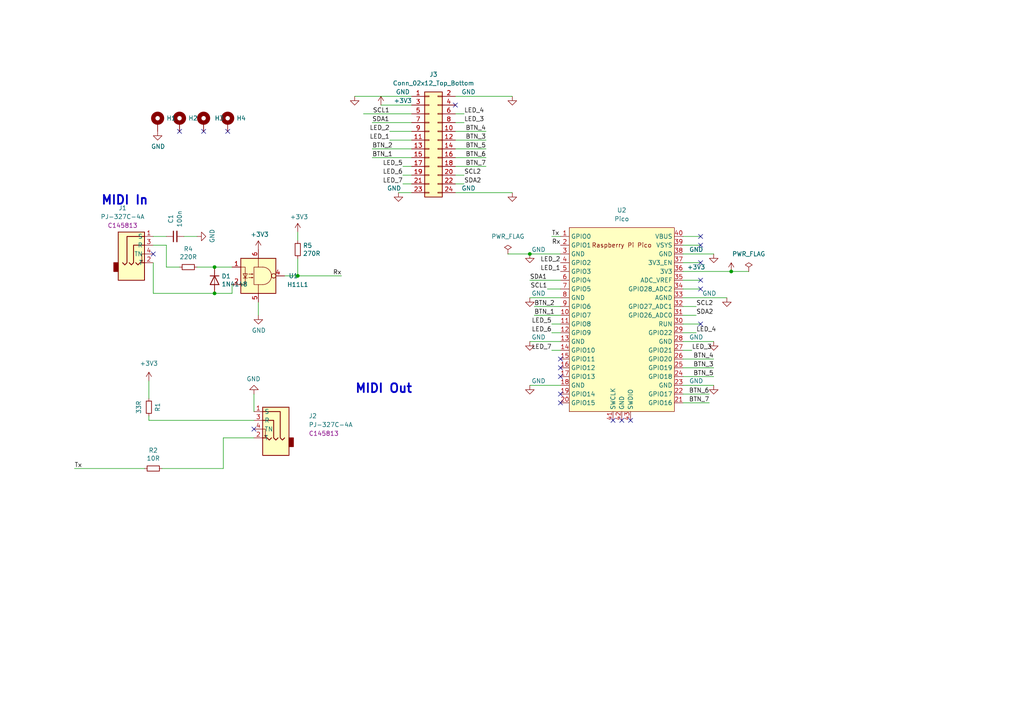
<source format=kicad_sch>
(kicad_sch (version 20211123) (generator eeschema)

  (uuid e63e39d7-6ac0-4ffd-8aa3-1841a4541b55)

  (paper "A4")

  (lib_symbols
    (symbol "Connector_Generic:Conn_02x12_Odd_Even" (pin_names (offset 1.016) hide) (in_bom yes) (on_board yes)
      (property "Reference" "J" (id 0) (at 1.27 15.24 0)
        (effects (font (size 1.27 1.27)))
      )
      (property "Value" "Conn_02x12_Odd_Even" (id 1) (at 1.27 -17.78 0)
        (effects (font (size 1.27 1.27)))
      )
      (property "Footprint" "" (id 2) (at 0 0 0)
        (effects (font (size 1.27 1.27)) hide)
      )
      (property "Datasheet" "~" (id 3) (at 0 0 0)
        (effects (font (size 1.27 1.27)) hide)
      )
      (property "ki_keywords" "connector" (id 4) (at 0 0 0)
        (effects (font (size 1.27 1.27)) hide)
      )
      (property "ki_description" "Generic connector, double row, 02x12, odd/even pin numbering scheme (row 1 odd numbers, row 2 even numbers), script generated (kicad-library-utils/schlib/autogen/connector/)" (id 5) (at 0 0 0)
        (effects (font (size 1.27 1.27)) hide)
      )
      (property "ki_fp_filters" "Connector*:*_2x??_*" (id 6) (at 0 0 0)
        (effects (font (size 1.27 1.27)) hide)
      )
      (symbol "Conn_02x12_Odd_Even_1_1"
        (rectangle (start -1.27 -15.113) (end 0 -15.367)
          (stroke (width 0.1524) (type default) (color 0 0 0 0))
          (fill (type none))
        )
        (rectangle (start -1.27 -12.573) (end 0 -12.827)
          (stroke (width 0.1524) (type default) (color 0 0 0 0))
          (fill (type none))
        )
        (rectangle (start -1.27 -10.033) (end 0 -10.287)
          (stroke (width 0.1524) (type default) (color 0 0 0 0))
          (fill (type none))
        )
        (rectangle (start -1.27 -7.493) (end 0 -7.747)
          (stroke (width 0.1524) (type default) (color 0 0 0 0))
          (fill (type none))
        )
        (rectangle (start -1.27 -4.953) (end 0 -5.207)
          (stroke (width 0.1524) (type default) (color 0 0 0 0))
          (fill (type none))
        )
        (rectangle (start -1.27 -2.413) (end 0 -2.667)
          (stroke (width 0.1524) (type default) (color 0 0 0 0))
          (fill (type none))
        )
        (rectangle (start -1.27 0.127) (end 0 -0.127)
          (stroke (width 0.1524) (type default) (color 0 0 0 0))
          (fill (type none))
        )
        (rectangle (start -1.27 2.667) (end 0 2.413)
          (stroke (width 0.1524) (type default) (color 0 0 0 0))
          (fill (type none))
        )
        (rectangle (start -1.27 5.207) (end 0 4.953)
          (stroke (width 0.1524) (type default) (color 0 0 0 0))
          (fill (type none))
        )
        (rectangle (start -1.27 7.747) (end 0 7.493)
          (stroke (width 0.1524) (type default) (color 0 0 0 0))
          (fill (type none))
        )
        (rectangle (start -1.27 10.287) (end 0 10.033)
          (stroke (width 0.1524) (type default) (color 0 0 0 0))
          (fill (type none))
        )
        (rectangle (start -1.27 12.827) (end 0 12.573)
          (stroke (width 0.1524) (type default) (color 0 0 0 0))
          (fill (type none))
        )
        (rectangle (start -1.27 13.97) (end 3.81 -16.51)
          (stroke (width 0.254) (type default) (color 0 0 0 0))
          (fill (type background))
        )
        (rectangle (start 3.81 -15.113) (end 2.54 -15.367)
          (stroke (width 0.1524) (type default) (color 0 0 0 0))
          (fill (type none))
        )
        (rectangle (start 3.81 -12.573) (end 2.54 -12.827)
          (stroke (width 0.1524) (type default) (color 0 0 0 0))
          (fill (type none))
        )
        (rectangle (start 3.81 -10.033) (end 2.54 -10.287)
          (stroke (width 0.1524) (type default) (color 0 0 0 0))
          (fill (type none))
        )
        (rectangle (start 3.81 -7.493) (end 2.54 -7.747)
          (stroke (width 0.1524) (type default) (color 0 0 0 0))
          (fill (type none))
        )
        (rectangle (start 3.81 -4.953) (end 2.54 -5.207)
          (stroke (width 0.1524) (type default) (color 0 0 0 0))
          (fill (type none))
        )
        (rectangle (start 3.81 -2.413) (end 2.54 -2.667)
          (stroke (width 0.1524) (type default) (color 0 0 0 0))
          (fill (type none))
        )
        (rectangle (start 3.81 0.127) (end 2.54 -0.127)
          (stroke (width 0.1524) (type default) (color 0 0 0 0))
          (fill (type none))
        )
        (rectangle (start 3.81 2.667) (end 2.54 2.413)
          (stroke (width 0.1524) (type default) (color 0 0 0 0))
          (fill (type none))
        )
        (rectangle (start 3.81 5.207) (end 2.54 4.953)
          (stroke (width 0.1524) (type default) (color 0 0 0 0))
          (fill (type none))
        )
        (rectangle (start 3.81 7.747) (end 2.54 7.493)
          (stroke (width 0.1524) (type default) (color 0 0 0 0))
          (fill (type none))
        )
        (rectangle (start 3.81 10.287) (end 2.54 10.033)
          (stroke (width 0.1524) (type default) (color 0 0 0 0))
          (fill (type none))
        )
        (rectangle (start 3.81 12.827) (end 2.54 12.573)
          (stroke (width 0.1524) (type default) (color 0 0 0 0))
          (fill (type none))
        )
        (pin passive line (at -5.08 12.7 0) (length 3.81)
          (name "Pin_1" (effects (font (size 1.27 1.27))))
          (number "1" (effects (font (size 1.27 1.27))))
        )
        (pin passive line (at 7.62 2.54 180) (length 3.81)
          (name "Pin_10" (effects (font (size 1.27 1.27))))
          (number "10" (effects (font (size 1.27 1.27))))
        )
        (pin passive line (at -5.08 0 0) (length 3.81)
          (name "Pin_11" (effects (font (size 1.27 1.27))))
          (number "11" (effects (font (size 1.27 1.27))))
        )
        (pin passive line (at 7.62 0 180) (length 3.81)
          (name "Pin_12" (effects (font (size 1.27 1.27))))
          (number "12" (effects (font (size 1.27 1.27))))
        )
        (pin passive line (at -5.08 -2.54 0) (length 3.81)
          (name "Pin_13" (effects (font (size 1.27 1.27))))
          (number "13" (effects (font (size 1.27 1.27))))
        )
        (pin passive line (at 7.62 -2.54 180) (length 3.81)
          (name "Pin_14" (effects (font (size 1.27 1.27))))
          (number "14" (effects (font (size 1.27 1.27))))
        )
        (pin passive line (at -5.08 -5.08 0) (length 3.81)
          (name "Pin_15" (effects (font (size 1.27 1.27))))
          (number "15" (effects (font (size 1.27 1.27))))
        )
        (pin passive line (at 7.62 -5.08 180) (length 3.81)
          (name "Pin_16" (effects (font (size 1.27 1.27))))
          (number "16" (effects (font (size 1.27 1.27))))
        )
        (pin passive line (at -5.08 -7.62 0) (length 3.81)
          (name "Pin_17" (effects (font (size 1.27 1.27))))
          (number "17" (effects (font (size 1.27 1.27))))
        )
        (pin passive line (at 7.62 -7.62 180) (length 3.81)
          (name "Pin_18" (effects (font (size 1.27 1.27))))
          (number "18" (effects (font (size 1.27 1.27))))
        )
        (pin passive line (at -5.08 -10.16 0) (length 3.81)
          (name "Pin_19" (effects (font (size 1.27 1.27))))
          (number "19" (effects (font (size 1.27 1.27))))
        )
        (pin passive line (at 7.62 12.7 180) (length 3.81)
          (name "Pin_2" (effects (font (size 1.27 1.27))))
          (number "2" (effects (font (size 1.27 1.27))))
        )
        (pin passive line (at 7.62 -10.16 180) (length 3.81)
          (name "Pin_20" (effects (font (size 1.27 1.27))))
          (number "20" (effects (font (size 1.27 1.27))))
        )
        (pin passive line (at -5.08 -12.7 0) (length 3.81)
          (name "Pin_21" (effects (font (size 1.27 1.27))))
          (number "21" (effects (font (size 1.27 1.27))))
        )
        (pin passive line (at 7.62 -12.7 180) (length 3.81)
          (name "Pin_22" (effects (font (size 1.27 1.27))))
          (number "22" (effects (font (size 1.27 1.27))))
        )
        (pin passive line (at -5.08 -15.24 0) (length 3.81)
          (name "Pin_23" (effects (font (size 1.27 1.27))))
          (number "23" (effects (font (size 1.27 1.27))))
        )
        (pin passive line (at 7.62 -15.24 180) (length 3.81)
          (name "Pin_24" (effects (font (size 1.27 1.27))))
          (number "24" (effects (font (size 1.27 1.27))))
        )
        (pin passive line (at -5.08 10.16 0) (length 3.81)
          (name "Pin_3" (effects (font (size 1.27 1.27))))
          (number "3" (effects (font (size 1.27 1.27))))
        )
        (pin passive line (at 7.62 10.16 180) (length 3.81)
          (name "Pin_4" (effects (font (size 1.27 1.27))))
          (number "4" (effects (font (size 1.27 1.27))))
        )
        (pin passive line (at -5.08 7.62 0) (length 3.81)
          (name "Pin_5" (effects (font (size 1.27 1.27))))
          (number "5" (effects (font (size 1.27 1.27))))
        )
        (pin passive line (at 7.62 7.62 180) (length 3.81)
          (name "Pin_6" (effects (font (size 1.27 1.27))))
          (number "6" (effects (font (size 1.27 1.27))))
        )
        (pin passive line (at -5.08 5.08 0) (length 3.81)
          (name "Pin_7" (effects (font (size 1.27 1.27))))
          (number "7" (effects (font (size 1.27 1.27))))
        )
        (pin passive line (at 7.62 5.08 180) (length 3.81)
          (name "Pin_8" (effects (font (size 1.27 1.27))))
          (number "8" (effects (font (size 1.27 1.27))))
        )
        (pin passive line (at -5.08 2.54 0) (length 3.81)
          (name "Pin_9" (effects (font (size 1.27 1.27))))
          (number "9" (effects (font (size 1.27 1.27))))
        )
      )
    )
    (symbol "Device:C_Small" (pin_numbers hide) (pin_names (offset 0.254) hide) (in_bom yes) (on_board yes)
      (property "Reference" "C" (id 0) (at 0.254 1.778 0)
        (effects (font (size 1.27 1.27)) (justify left))
      )
      (property "Value" "C_Small" (id 1) (at 0.254 -2.032 0)
        (effects (font (size 1.27 1.27)) (justify left))
      )
      (property "Footprint" "" (id 2) (at 0 0 0)
        (effects (font (size 1.27 1.27)) hide)
      )
      (property "Datasheet" "~" (id 3) (at 0 0 0)
        (effects (font (size 1.27 1.27)) hide)
      )
      (property "ki_keywords" "capacitor cap" (id 4) (at 0 0 0)
        (effects (font (size 1.27 1.27)) hide)
      )
      (property "ki_description" "Unpolarized capacitor, small symbol" (id 5) (at 0 0 0)
        (effects (font (size 1.27 1.27)) hide)
      )
      (property "ki_fp_filters" "C_*" (id 6) (at 0 0 0)
        (effects (font (size 1.27 1.27)) hide)
      )
      (symbol "C_Small_0_1"
        (polyline
          (pts
            (xy -1.524 -0.508)
            (xy 1.524 -0.508)
          )
          (stroke (width 0.3302) (type default) (color 0 0 0 0))
          (fill (type none))
        )
        (polyline
          (pts
            (xy -1.524 0.508)
            (xy 1.524 0.508)
          )
          (stroke (width 0.3048) (type default) (color 0 0 0 0))
          (fill (type none))
        )
      )
      (symbol "C_Small_1_1"
        (pin passive line (at 0 2.54 270) (length 2.032)
          (name "~" (effects (font (size 1.27 1.27))))
          (number "1" (effects (font (size 1.27 1.27))))
        )
        (pin passive line (at 0 -2.54 90) (length 2.032)
          (name "~" (effects (font (size 1.27 1.27))))
          (number "2" (effects (font (size 1.27 1.27))))
        )
      )
    )
    (symbol "Device:R_Small" (pin_numbers hide) (pin_names (offset 0.254) hide) (in_bom yes) (on_board yes)
      (property "Reference" "R" (id 0) (at 0.762 0.508 0)
        (effects (font (size 1.27 1.27)) (justify left))
      )
      (property "Value" "R_Small" (id 1) (at 0.762 -1.016 0)
        (effects (font (size 1.27 1.27)) (justify left))
      )
      (property "Footprint" "" (id 2) (at 0 0 0)
        (effects (font (size 1.27 1.27)) hide)
      )
      (property "Datasheet" "~" (id 3) (at 0 0 0)
        (effects (font (size 1.27 1.27)) hide)
      )
      (property "ki_keywords" "R resistor" (id 4) (at 0 0 0)
        (effects (font (size 1.27 1.27)) hide)
      )
      (property "ki_description" "Resistor, small symbol" (id 5) (at 0 0 0)
        (effects (font (size 1.27 1.27)) hide)
      )
      (property "ki_fp_filters" "R_*" (id 6) (at 0 0 0)
        (effects (font (size 1.27 1.27)) hide)
      )
      (symbol "R_Small_0_1"
        (rectangle (start -0.762 1.778) (end 0.762 -1.778)
          (stroke (width 0.2032) (type default) (color 0 0 0 0))
          (fill (type none))
        )
      )
      (symbol "R_Small_1_1"
        (pin passive line (at 0 2.54 270) (length 0.762)
          (name "~" (effects (font (size 1.27 1.27))))
          (number "1" (effects (font (size 1.27 1.27))))
        )
        (pin passive line (at 0 -2.54 90) (length 0.762)
          (name "~" (effects (font (size 1.27 1.27))))
          (number "2" (effects (font (size 1.27 1.27))))
        )
      )
    )
    (symbol "Diode:1N4148" (pin_numbers hide) (pin_names (offset 1.016) hide) (in_bom yes) (on_board yes)
      (property "Reference" "D" (id 0) (at 0 2.54 0)
        (effects (font (size 1.27 1.27)))
      )
      (property "Value" "1N4148" (id 1) (at 0 -2.54 0)
        (effects (font (size 1.27 1.27)))
      )
      (property "Footprint" "Diode_THT:D_DO-35_SOD27_P7.62mm_Horizontal" (id 2) (at 0 -4.445 0)
        (effects (font (size 1.27 1.27)) hide)
      )
      (property "Datasheet" "https://assets.nexperia.com/documents/data-sheet/1N4148_1N4448.pdf" (id 3) (at 0 0 0)
        (effects (font (size 1.27 1.27)) hide)
      )
      (property "ki_keywords" "diode" (id 4) (at 0 0 0)
        (effects (font (size 1.27 1.27)) hide)
      )
      (property "ki_description" "100V 0.15A standard switching diode, DO-35" (id 5) (at 0 0 0)
        (effects (font (size 1.27 1.27)) hide)
      )
      (property "ki_fp_filters" "D*DO?35*" (id 6) (at 0 0 0)
        (effects (font (size 1.27 1.27)) hide)
      )
      (symbol "1N4148_0_1"
        (polyline
          (pts
            (xy -1.27 1.27)
            (xy -1.27 -1.27)
          )
          (stroke (width 0.254) (type default) (color 0 0 0 0))
          (fill (type none))
        )
        (polyline
          (pts
            (xy 1.27 0)
            (xy -1.27 0)
          )
          (stroke (width 0) (type default) (color 0 0 0 0))
          (fill (type none))
        )
        (polyline
          (pts
            (xy 1.27 1.27)
            (xy 1.27 -1.27)
            (xy -1.27 0)
            (xy 1.27 1.27)
          )
          (stroke (width 0.254) (type default) (color 0 0 0 0))
          (fill (type none))
        )
      )
      (symbol "1N4148_1_1"
        (pin passive line (at -3.81 0 0) (length 2.54)
          (name "K" (effects (font (size 1.27 1.27))))
          (number "1" (effects (font (size 1.27 1.27))))
        )
        (pin passive line (at 3.81 0 180) (length 2.54)
          (name "A" (effects (font (size 1.27 1.27))))
          (number "2" (effects (font (size 1.27 1.27))))
        )
      )
    )
    (symbol "Isolator:H11L1" (pin_names (offset 1.016)) (in_bom yes) (on_board yes)
      (property "Reference" "U" (id 0) (at 1.27 8.89 0)
        (effects (font (size 1.27 1.27)) (justify left))
      )
      (property "Value" "H11L1" (id 1) (at 1.27 6.35 0)
        (effects (font (size 1.27 1.27)) (justify left))
      )
      (property "Footprint" "" (id 2) (at -2.286 0 0)
        (effects (font (size 1.27 1.27)) hide)
      )
      (property "Datasheet" "https://www.onsemi.com/pub/Collateral/H11L3M-D.PDF" (id 3) (at -2.286 0 0)
        (effects (font (size 1.27 1.27)) hide)
      )
      (property "ki_keywords" "High Speed Schmitt Optocoupler" (id 4) (at 0 0 0)
        (effects (font (size 1.27 1.27)) hide)
      )
      (property "ki_description" "Schmitt Trigger Output Optocoupler, High Speed, DIP-6, 1.6mA turn on threshold" (id 5) (at 0 0 0)
        (effects (font (size 1.27 1.27)) hide)
      )
      (property "ki_fp_filters" "DIP*W7.62mm* DIP*W10.16mm* SMDIP*W9.53mm*" (id 6) (at 0 0 0)
        (effects (font (size 1.27 1.27)) hide)
      )
      (symbol "H11L1_0_1"
        (rectangle (start -5.08 5.08) (end 5.08 -5.08)
          (stroke (width 0.254) (type default) (color 0 0 0 0))
          (fill (type background))
        )
        (polyline
          (pts
            (xy -4.445 -0.635)
            (xy -3.175 -0.635)
          )
          (stroke (width 0) (type default) (color 0 0 0 0))
          (fill (type none))
        )
        (polyline
          (pts
            (xy 0 2.54)
            (xy 0 5.08)
          )
          (stroke (width 0) (type default) (color 0 0 0 0))
          (fill (type none))
        )
        (polyline
          (pts
            (xy 0 -2.54)
            (xy 0 -5.08)
            (xy 0 -3.81)
          )
          (stroke (width 0) (type default) (color 0 0 0 0))
          (fill (type none))
        )
        (polyline
          (pts
            (xy -5.08 -2.54)
            (xy -3.81 -2.54)
            (xy -3.81 2.54)
            (xy -5.08 2.54)
          )
          (stroke (width 0) (type default) (color 0 0 0 0))
          (fill (type none))
        )
        (polyline
          (pts
            (xy -3.81 -0.635)
            (xy -4.445 0.635)
            (xy -3.175 0.635)
            (xy -3.81 -0.635)
          )
          (stroke (width 0) (type default) (color 0 0 0 0))
          (fill (type none))
        )
        (polyline
          (pts
            (xy 1.27 -2.54)
            (xy -1.27 -2.54)
            (xy -1.27 2.54)
            (xy 1.27 2.54)
          )
          (stroke (width 0) (type default) (color 0 0 0 0))
          (fill (type none))
        )
        (polyline
          (pts
            (xy -2.794 -0.508)
            (xy -1.524 -0.508)
            (xy -1.905 -0.635)
            (xy -1.905 -0.381)
            (xy -1.524 -0.508)
          )
          (stroke (width 0) (type default) (color 0 0 0 0))
          (fill (type none))
        )
        (polyline
          (pts
            (xy -2.794 0.508)
            (xy -1.524 0.508)
            (xy -1.905 0.381)
            (xy -1.905 0.635)
            (xy -1.524 0.508)
          )
          (stroke (width 0) (type default) (color 0 0 0 0))
          (fill (type none))
        )
        (arc (start 1.27 -2.54) (mid 3.81 0) (end 1.27 2.54)
          (stroke (width 0) (type default) (color 0 0 0 0))
          (fill (type none))
        )
      )
      (symbol "H11L1_1_1"
        (pin passive line (at -7.62 2.54 0) (length 2.54)
          (name "~" (effects (font (size 1.27 1.27))))
          (number "1" (effects (font (size 1.27 1.27))))
        )
        (pin passive line (at -7.62 -2.54 0) (length 2.54)
          (name "~" (effects (font (size 1.27 1.27))))
          (number "2" (effects (font (size 1.27 1.27))))
        )
        (pin no_connect line (at -5.08 0 0) (length 2.54) hide
          (name "~" (effects (font (size 1.27 1.27))))
          (number "3" (effects (font (size 1.27 1.27))))
        )
        (pin output inverted (at 7.62 0 180) (length 3.81)
          (name "~" (effects (font (size 1.27 1.27))))
          (number "4" (effects (font (size 1.27 1.27))))
        )
        (pin power_in line (at 0 -7.62 90) (length 2.54)
          (name "~" (effects (font (size 1.27 1.27))))
          (number "5" (effects (font (size 1.27 1.27))))
        )
        (pin power_in line (at 0 7.62 270) (length 2.54)
          (name "~" (effects (font (size 1.27 1.27))))
          (number "6" (effects (font (size 1.27 1.27))))
        )
      )
    )
    (symbol "MCU_RaspberryPi_and_Boards:Pico" (in_bom yes) (on_board yes)
      (property "Reference" "U" (id 0) (at -13.97 27.94 0)
        (effects (font (size 1.27 1.27)))
      )
      (property "Value" "Pico" (id 1) (at 0 19.05 0)
        (effects (font (size 1.27 1.27)))
      )
      (property "Footprint" "RPi_Pico:RPi_Pico_SMD_TH" (id 2) (at 0 0 90)
        (effects (font (size 1.27 1.27)) hide)
      )
      (property "Datasheet" "" (id 3) (at 0 0 0)
        (effects (font (size 1.27 1.27)) hide)
      )
      (symbol "Pico_0_0"
        (text "Raspberry Pi Pico" (at 0 21.59 0)
          (effects (font (size 1.27 1.27)))
        )
      )
      (symbol "Pico_0_1"
        (rectangle (start -15.24 26.67) (end 15.24 -26.67)
          (stroke (width 0) (type default) (color 0 0 0 0))
          (fill (type background))
        )
      )
      (symbol "Pico_1_1"
        (pin bidirectional line (at -17.78 24.13 0) (length 2.54)
          (name "GPIO0" (effects (font (size 1.27 1.27))))
          (number "1" (effects (font (size 1.27 1.27))))
        )
        (pin bidirectional line (at -17.78 1.27 0) (length 2.54)
          (name "GPIO7" (effects (font (size 1.27 1.27))))
          (number "10" (effects (font (size 1.27 1.27))))
        )
        (pin bidirectional line (at -17.78 -1.27 0) (length 2.54)
          (name "GPIO8" (effects (font (size 1.27 1.27))))
          (number "11" (effects (font (size 1.27 1.27))))
        )
        (pin bidirectional line (at -17.78 -3.81 0) (length 2.54)
          (name "GPIO9" (effects (font (size 1.27 1.27))))
          (number "12" (effects (font (size 1.27 1.27))))
        )
        (pin power_in line (at -17.78 -6.35 0) (length 2.54)
          (name "GND" (effects (font (size 1.27 1.27))))
          (number "13" (effects (font (size 1.27 1.27))))
        )
        (pin bidirectional line (at -17.78 -8.89 0) (length 2.54)
          (name "GPIO10" (effects (font (size 1.27 1.27))))
          (number "14" (effects (font (size 1.27 1.27))))
        )
        (pin bidirectional line (at -17.78 -11.43 0) (length 2.54)
          (name "GPIO11" (effects (font (size 1.27 1.27))))
          (number "15" (effects (font (size 1.27 1.27))))
        )
        (pin bidirectional line (at -17.78 -13.97 0) (length 2.54)
          (name "GPIO12" (effects (font (size 1.27 1.27))))
          (number "16" (effects (font (size 1.27 1.27))))
        )
        (pin bidirectional line (at -17.78 -16.51 0) (length 2.54)
          (name "GPIO13" (effects (font (size 1.27 1.27))))
          (number "17" (effects (font (size 1.27 1.27))))
        )
        (pin power_in line (at -17.78 -19.05 0) (length 2.54)
          (name "GND" (effects (font (size 1.27 1.27))))
          (number "18" (effects (font (size 1.27 1.27))))
        )
        (pin bidirectional line (at -17.78 -21.59 0) (length 2.54)
          (name "GPIO14" (effects (font (size 1.27 1.27))))
          (number "19" (effects (font (size 1.27 1.27))))
        )
        (pin bidirectional line (at -17.78 21.59 0) (length 2.54)
          (name "GPIO1" (effects (font (size 1.27 1.27))))
          (number "2" (effects (font (size 1.27 1.27))))
        )
        (pin bidirectional line (at -17.78 -24.13 0) (length 2.54)
          (name "GPIO15" (effects (font (size 1.27 1.27))))
          (number "20" (effects (font (size 1.27 1.27))))
        )
        (pin bidirectional line (at 17.78 -24.13 180) (length 2.54)
          (name "GPIO16" (effects (font (size 1.27 1.27))))
          (number "21" (effects (font (size 1.27 1.27))))
        )
        (pin bidirectional line (at 17.78 -21.59 180) (length 2.54)
          (name "GPIO17" (effects (font (size 1.27 1.27))))
          (number "22" (effects (font (size 1.27 1.27))))
        )
        (pin power_in line (at 17.78 -19.05 180) (length 2.54)
          (name "GND" (effects (font (size 1.27 1.27))))
          (number "23" (effects (font (size 1.27 1.27))))
        )
        (pin bidirectional line (at 17.78 -16.51 180) (length 2.54)
          (name "GPIO18" (effects (font (size 1.27 1.27))))
          (number "24" (effects (font (size 1.27 1.27))))
        )
        (pin bidirectional line (at 17.78 -13.97 180) (length 2.54)
          (name "GPIO19" (effects (font (size 1.27 1.27))))
          (number "25" (effects (font (size 1.27 1.27))))
        )
        (pin bidirectional line (at 17.78 -11.43 180) (length 2.54)
          (name "GPIO20" (effects (font (size 1.27 1.27))))
          (number "26" (effects (font (size 1.27 1.27))))
        )
        (pin bidirectional line (at 17.78 -8.89 180) (length 2.54)
          (name "GPIO21" (effects (font (size 1.27 1.27))))
          (number "27" (effects (font (size 1.27 1.27))))
        )
        (pin power_in line (at 17.78 -6.35 180) (length 2.54)
          (name "GND" (effects (font (size 1.27 1.27))))
          (number "28" (effects (font (size 1.27 1.27))))
        )
        (pin bidirectional line (at 17.78 -3.81 180) (length 2.54)
          (name "GPIO22" (effects (font (size 1.27 1.27))))
          (number "29" (effects (font (size 1.27 1.27))))
        )
        (pin power_in line (at -17.78 19.05 0) (length 2.54)
          (name "GND" (effects (font (size 1.27 1.27))))
          (number "3" (effects (font (size 1.27 1.27))))
        )
        (pin input line (at 17.78 -1.27 180) (length 2.54)
          (name "RUN" (effects (font (size 1.27 1.27))))
          (number "30" (effects (font (size 1.27 1.27))))
        )
        (pin bidirectional line (at 17.78 1.27 180) (length 2.54)
          (name "GPIO26_ADC0" (effects (font (size 1.27 1.27))))
          (number "31" (effects (font (size 1.27 1.27))))
        )
        (pin bidirectional line (at 17.78 3.81 180) (length 2.54)
          (name "GPIO27_ADC1" (effects (font (size 1.27 1.27))))
          (number "32" (effects (font (size 1.27 1.27))))
        )
        (pin power_in line (at 17.78 6.35 180) (length 2.54)
          (name "AGND" (effects (font (size 1.27 1.27))))
          (number "33" (effects (font (size 1.27 1.27))))
        )
        (pin bidirectional line (at 17.78 8.89 180) (length 2.54)
          (name "GPIO28_ADC2" (effects (font (size 1.27 1.27))))
          (number "34" (effects (font (size 1.27 1.27))))
        )
        (pin power_in line (at 17.78 11.43 180) (length 2.54)
          (name "ADC_VREF" (effects (font (size 1.27 1.27))))
          (number "35" (effects (font (size 1.27 1.27))))
        )
        (pin power_in line (at 17.78 13.97 180) (length 2.54)
          (name "3V3" (effects (font (size 1.27 1.27))))
          (number "36" (effects (font (size 1.27 1.27))))
        )
        (pin input line (at 17.78 16.51 180) (length 2.54)
          (name "3V3_EN" (effects (font (size 1.27 1.27))))
          (number "37" (effects (font (size 1.27 1.27))))
        )
        (pin bidirectional line (at 17.78 19.05 180) (length 2.54)
          (name "GND" (effects (font (size 1.27 1.27))))
          (number "38" (effects (font (size 1.27 1.27))))
        )
        (pin power_in line (at 17.78 21.59 180) (length 2.54)
          (name "VSYS" (effects (font (size 1.27 1.27))))
          (number "39" (effects (font (size 1.27 1.27))))
        )
        (pin bidirectional line (at -17.78 16.51 0) (length 2.54)
          (name "GPIO2" (effects (font (size 1.27 1.27))))
          (number "4" (effects (font (size 1.27 1.27))))
        )
        (pin power_in line (at 17.78 24.13 180) (length 2.54)
          (name "VBUS" (effects (font (size 1.27 1.27))))
          (number "40" (effects (font (size 1.27 1.27))))
        )
        (pin input line (at -2.54 -29.21 90) (length 2.54)
          (name "SWCLK" (effects (font (size 1.27 1.27))))
          (number "41" (effects (font (size 1.27 1.27))))
        )
        (pin power_in line (at 0 -29.21 90) (length 2.54)
          (name "GND" (effects (font (size 1.27 1.27))))
          (number "42" (effects (font (size 1.27 1.27))))
        )
        (pin bidirectional line (at 2.54 -29.21 90) (length 2.54)
          (name "SWDIO" (effects (font (size 1.27 1.27))))
          (number "43" (effects (font (size 1.27 1.27))))
        )
        (pin bidirectional line (at -17.78 13.97 0) (length 2.54)
          (name "GPIO3" (effects (font (size 1.27 1.27))))
          (number "5" (effects (font (size 1.27 1.27))))
        )
        (pin bidirectional line (at -17.78 11.43 0) (length 2.54)
          (name "GPIO4" (effects (font (size 1.27 1.27))))
          (number "6" (effects (font (size 1.27 1.27))))
        )
        (pin bidirectional line (at -17.78 8.89 0) (length 2.54)
          (name "GPIO5" (effects (font (size 1.27 1.27))))
          (number "7" (effects (font (size 1.27 1.27))))
        )
        (pin power_in line (at -17.78 6.35 0) (length 2.54)
          (name "GND" (effects (font (size 1.27 1.27))))
          (number "8" (effects (font (size 1.27 1.27))))
        )
        (pin bidirectional line (at -17.78 3.81 0) (length 2.54)
          (name "GPIO6" (effects (font (size 1.27 1.27))))
          (number "9" (effects (font (size 1.27 1.27))))
        )
      )
    )
    (symbol "Mechanical:MountingHole_Pad" (pin_numbers hide) (pin_names (offset 1.016) hide) (in_bom yes) (on_board yes)
      (property "Reference" "H" (id 0) (at 0 6.35 0)
        (effects (font (size 1.27 1.27)))
      )
      (property "Value" "MountingHole_Pad" (id 1) (at 0 4.445 0)
        (effects (font (size 1.27 1.27)))
      )
      (property "Footprint" "" (id 2) (at 0 0 0)
        (effects (font (size 1.27 1.27)) hide)
      )
      (property "Datasheet" "~" (id 3) (at 0 0 0)
        (effects (font (size 1.27 1.27)) hide)
      )
      (property "ki_keywords" "mounting hole" (id 4) (at 0 0 0)
        (effects (font (size 1.27 1.27)) hide)
      )
      (property "ki_description" "Mounting Hole with connection" (id 5) (at 0 0 0)
        (effects (font (size 1.27 1.27)) hide)
      )
      (property "ki_fp_filters" "MountingHole*Pad*" (id 6) (at 0 0 0)
        (effects (font (size 1.27 1.27)) hide)
      )
      (symbol "MountingHole_Pad_0_1"
        (circle (center 0 1.27) (radius 1.27)
          (stroke (width 1.27) (type default) (color 0 0 0 0))
          (fill (type none))
        )
      )
      (symbol "MountingHole_Pad_1_1"
        (pin input line (at 0 -2.54 90) (length 2.54)
          (name "1" (effects (font (size 1.27 1.27))))
          (number "1" (effects (font (size 1.27 1.27))))
        )
      )
    )
    (symbol "PJ-327C-4A_1" (in_bom yes) (on_board yes)
      (property "Reference" "J" (id 0) (at 0 8.89 0)
        (effects (font (size 1.27 1.27)))
      )
      (property "Value" "PJ-327C-4A_1" (id 1) (at 0 6.35 0)
        (effects (font (size 1.27 1.27)))
      )
      (property "Footprint" "Library:PJ-327C-4A" (id 2) (at 1.905 19.05 0)
        (effects (font (size 1.27 1.27)) hide)
      )
      (property "Datasheet" "https://datasheet.lcsc.com/lcsc/1810121720_Korean-Hroparts-Elec-PJ-327C-4A_C145813.pdf" (id 3) (at 10.795 22.86 0)
        (effects (font (size 1.27 1.27)) hide)
      )
      (property "LCSC Part #" "C145813" (id 4) (at 3.175 13.335 0)
        (effects (font (size 1.27 1.27)))
      )
      (property "ki_keywords" "audio jack receptacle mono headphones phone TS connector" (id 5) (at 0 0 0)
        (effects (font (size 1.27 1.27)) hide)
      )
      (property "ki_description" "Audio Jack, 2 Poles (Mono / TS), Grounded Sleeve, Switched T Pole (Normalling)" (id 6) (at 0 0 0)
        (effects (font (size 1.27 1.27)) hide)
      )
      (property "ki_fp_filters" "Jack*" (id 7) (at 0 0 0)
        (effects (font (size 1.27 1.27)) hide)
      )
      (symbol "PJ-327C-4A_1_0_1"
        (rectangle (start -4.445 -4.445) (end -5.715 -6.985)
          (stroke (width 0.254) (type default) (color 0 0 0 0))
          (fill (type outline))
        )
        (polyline
          (pts
            (xy 2.413 -4.191)
            (xy 2.667 -3.683)
          )
          (stroke (width 0) (type default) (color 0 0 0 0))
          (fill (type none))
        )
        (polyline
          (pts
            (xy 0.635 -4.445)
            (xy 1.27 -5.08)
            (xy 1.905 -4.445)
            (xy 3.175 -4.445)
          )
          (stroke (width 0.254) (type default) (color 0 0 0 0))
          (fill (type none))
        )
        (polyline
          (pts
            (xy 3.175 -1.905)
            (xy 2.413 -1.905)
            (xy 2.413 -4.191)
            (xy 2.159 -3.683)
          )
          (stroke (width 0) (type default) (color 0 0 0 0))
          (fill (type none))
        )
        (polyline
          (pts
            (xy -1.27 -4.445)
            (xy -0.635 -5.08)
            (xy 0 -4.445)
            (xy 0 0.635)
            (xy 3.175 0.635)
          )
          (stroke (width 0.254) (type default) (color 0 0 0 0))
          (fill (type none))
        )
        (polyline
          (pts
            (xy 3.175 3.175)
            (xy -1.905 3.175)
            (xy -1.905 -4.445)
            (xy -2.54 -5.08)
            (xy -3.175 -4.445)
          )
          (stroke (width 0.254) (type default) (color 0 0 0 0))
          (fill (type none))
        )
        (rectangle (start 3.175 4.445) (end -4.445 -9.525)
          (stroke (width 0.254) (type default) (color 0 0 0 0))
          (fill (type background))
        )
      )
      (symbol "PJ-327C-4A_1_1_1"
        (pin passive line (at 5.715 3.175 180) (length 2.54)
          (name "S" (effects (font (size 1.27 1.27))))
          (number "1" (effects (font (size 1.27 1.27))))
        )
        (pin passive line (at 5.715 -4.445 180) (length 2.54)
          (name "T" (effects (font (size 1.27 1.27))))
          (number "2" (effects (font (size 1.27 1.27))))
        )
        (pin passive line (at 5.715 0.635 180) (length 2.54)
          (name "R" (effects (font (size 1.27 1.27))))
          (number "3" (effects (font (size 1.27 1.27))))
        )
        (pin passive line (at 5.715 -1.905 180) (length 2.54)
          (name "TN" (effects (font (size 1.27 1.27))))
          (number "4" (effects (font (size 1.27 1.27))))
        )
      )
    )
    (symbol "d70-buddy:PJ-327C-4A" (in_bom yes) (on_board yes)
      (property "Reference" "J" (id 0) (at 0 8.89 0)
        (effects (font (size 1.27 1.27)))
      )
      (property "Value" "PJ-327C-4A" (id 1) (at 0 6.35 0)
        (effects (font (size 1.27 1.27)))
      )
      (property "Footprint" "Library:PJ-327C-4A" (id 2) (at 1.905 19.05 0)
        (effects (font (size 1.27 1.27)) hide)
      )
      (property "Datasheet" "https://datasheet.lcsc.com/lcsc/1810121720_Korean-Hroparts-Elec-PJ-327C-4A_C145813.pdf" (id 3) (at 10.795 22.86 0)
        (effects (font (size 1.27 1.27)) hide)
      )
      (property "LCSC Part #" "C145813" (id 4) (at 3.175 13.335 0)
        (effects (font (size 1.27 1.27)))
      )
      (property "ki_keywords" "audio jack receptacle mono headphones phone TS connector" (id 5) (at 0 0 0)
        (effects (font (size 1.27 1.27)) hide)
      )
      (property "ki_description" "Audio Jack, 2 Poles (Mono / TS), Grounded Sleeve, Switched T Pole (Normalling)" (id 6) (at 0 0 0)
        (effects (font (size 1.27 1.27)) hide)
      )
      (property "ki_fp_filters" "Jack*" (id 7) (at 0 0 0)
        (effects (font (size 1.27 1.27)) hide)
      )
      (symbol "PJ-327C-4A_0_1"
        (rectangle (start -4.445 -4.445) (end -5.715 -6.985)
          (stroke (width 0.254) (type default) (color 0 0 0 0))
          (fill (type outline))
        )
        (polyline
          (pts
            (xy 2.413 -4.191)
            (xy 2.667 -3.683)
          )
          (stroke (width 0) (type default) (color 0 0 0 0))
          (fill (type none))
        )
        (polyline
          (pts
            (xy 0.635 -4.445)
            (xy 1.27 -5.08)
            (xy 1.905 -4.445)
            (xy 3.175 -4.445)
          )
          (stroke (width 0.254) (type default) (color 0 0 0 0))
          (fill (type none))
        )
        (polyline
          (pts
            (xy 3.175 -1.905)
            (xy 2.413 -1.905)
            (xy 2.413 -4.191)
            (xy 2.159 -3.683)
          )
          (stroke (width 0) (type default) (color 0 0 0 0))
          (fill (type none))
        )
        (polyline
          (pts
            (xy -1.27 -4.445)
            (xy -0.635 -5.08)
            (xy 0 -4.445)
            (xy 0 0.635)
            (xy 3.175 0.635)
          )
          (stroke (width 0.254) (type default) (color 0 0 0 0))
          (fill (type none))
        )
        (polyline
          (pts
            (xy 3.175 3.175)
            (xy -1.905 3.175)
            (xy -1.905 -4.445)
            (xy -2.54 -5.08)
            (xy -3.175 -4.445)
          )
          (stroke (width 0.254) (type default) (color 0 0 0 0))
          (fill (type none))
        )
        (rectangle (start 3.175 4.445) (end -4.445 -9.525)
          (stroke (width 0.254) (type default) (color 0 0 0 0))
          (fill (type background))
        )
      )
      (symbol "PJ-327C-4A_1_1"
        (pin passive line (at 5.715 3.175 180) (length 2.54)
          (name "S" (effects (font (size 1.27 1.27))))
          (number "1" (effects (font (size 1.27 1.27))))
        )
        (pin passive line (at 5.715 -4.445 180) (length 2.54)
          (name "T" (effects (font (size 1.27 1.27))))
          (number "2" (effects (font (size 1.27 1.27))))
        )
        (pin passive line (at 5.715 0.635 180) (length 2.54)
          (name "R" (effects (font (size 1.27 1.27))))
          (number "3" (effects (font (size 1.27 1.27))))
        )
        (pin passive line (at 5.715 -1.905 180) (length 2.54)
          (name "TN" (effects (font (size 1.27 1.27))))
          (number "4" (effects (font (size 1.27 1.27))))
        )
      )
    )
    (symbol "power:+3.3V" (power) (pin_names (offset 0)) (in_bom yes) (on_board yes)
      (property "Reference" "#PWR" (id 0) (at 0 -3.81 0)
        (effects (font (size 1.27 1.27)) hide)
      )
      (property "Value" "+3.3V" (id 1) (at 0 3.556 0)
        (effects (font (size 1.27 1.27)))
      )
      (property "Footprint" "" (id 2) (at 0 0 0)
        (effects (font (size 1.27 1.27)) hide)
      )
      (property "Datasheet" "" (id 3) (at 0 0 0)
        (effects (font (size 1.27 1.27)) hide)
      )
      (property "ki_keywords" "power-flag" (id 4) (at 0 0 0)
        (effects (font (size 1.27 1.27)) hide)
      )
      (property "ki_description" "Power symbol creates a global label with name \"+3.3V\"" (id 5) (at 0 0 0)
        (effects (font (size 1.27 1.27)) hide)
      )
      (symbol "+3.3V_0_1"
        (polyline
          (pts
            (xy -0.762 1.27)
            (xy 0 2.54)
          )
          (stroke (width 0) (type default) (color 0 0 0 0))
          (fill (type none))
        )
        (polyline
          (pts
            (xy 0 0)
            (xy 0 2.54)
          )
          (stroke (width 0) (type default) (color 0 0 0 0))
          (fill (type none))
        )
        (polyline
          (pts
            (xy 0 2.54)
            (xy 0.762 1.27)
          )
          (stroke (width 0) (type default) (color 0 0 0 0))
          (fill (type none))
        )
      )
      (symbol "+3.3V_1_1"
        (pin power_in line (at 0 0 90) (length 0) hide
          (name "+3V3" (effects (font (size 1.27 1.27))))
          (number "1" (effects (font (size 1.27 1.27))))
        )
      )
    )
    (symbol "power:+3V3" (power) (pin_names (offset 0)) (in_bom yes) (on_board yes)
      (property "Reference" "#PWR" (id 0) (at 0 -3.81 0)
        (effects (font (size 1.27 1.27)) hide)
      )
      (property "Value" "+3V3" (id 1) (at 0 3.556 0)
        (effects (font (size 1.27 1.27)))
      )
      (property "Footprint" "" (id 2) (at 0 0 0)
        (effects (font (size 1.27 1.27)) hide)
      )
      (property "Datasheet" "" (id 3) (at 0 0 0)
        (effects (font (size 1.27 1.27)) hide)
      )
      (property "ki_keywords" "power-flag" (id 4) (at 0 0 0)
        (effects (font (size 1.27 1.27)) hide)
      )
      (property "ki_description" "Power symbol creates a global label with name \"+3V3\"" (id 5) (at 0 0 0)
        (effects (font (size 1.27 1.27)) hide)
      )
      (symbol "+3V3_0_1"
        (polyline
          (pts
            (xy -0.762 1.27)
            (xy 0 2.54)
          )
          (stroke (width 0) (type default) (color 0 0 0 0))
          (fill (type none))
        )
        (polyline
          (pts
            (xy 0 0)
            (xy 0 2.54)
          )
          (stroke (width 0) (type default) (color 0 0 0 0))
          (fill (type none))
        )
        (polyline
          (pts
            (xy 0 2.54)
            (xy 0.762 1.27)
          )
          (stroke (width 0) (type default) (color 0 0 0 0))
          (fill (type none))
        )
      )
      (symbol "+3V3_1_1"
        (pin power_in line (at 0 0 90) (length 0) hide
          (name "+3V3" (effects (font (size 1.27 1.27))))
          (number "1" (effects (font (size 1.27 1.27))))
        )
      )
    )
    (symbol "power:GND" (power) (pin_names (offset 0)) (in_bom yes) (on_board yes)
      (property "Reference" "#PWR" (id 0) (at 0 -6.35 0)
        (effects (font (size 1.27 1.27)) hide)
      )
      (property "Value" "GND" (id 1) (at 0 -3.81 0)
        (effects (font (size 1.27 1.27)))
      )
      (property "Footprint" "" (id 2) (at 0 0 0)
        (effects (font (size 1.27 1.27)) hide)
      )
      (property "Datasheet" "" (id 3) (at 0 0 0)
        (effects (font (size 1.27 1.27)) hide)
      )
      (property "ki_keywords" "power-flag" (id 4) (at 0 0 0)
        (effects (font (size 1.27 1.27)) hide)
      )
      (property "ki_description" "Power symbol creates a global label with name \"GND\" , ground" (id 5) (at 0 0 0)
        (effects (font (size 1.27 1.27)) hide)
      )
      (symbol "GND_0_1"
        (polyline
          (pts
            (xy 0 0)
            (xy 0 -1.27)
            (xy 1.27 -1.27)
            (xy 0 -2.54)
            (xy -1.27 -1.27)
            (xy 0 -1.27)
          )
          (stroke (width 0) (type default) (color 0 0 0 0))
          (fill (type none))
        )
      )
      (symbol "GND_1_1"
        (pin power_in line (at 0 0 270) (length 0) hide
          (name "GND" (effects (font (size 1.27 1.27))))
          (number "1" (effects (font (size 1.27 1.27))))
        )
      )
    )
    (symbol "power:PWR_FLAG" (power) (pin_numbers hide) (pin_names (offset 0) hide) (in_bom yes) (on_board yes)
      (property "Reference" "#FLG" (id 0) (at 0 1.905 0)
        (effects (font (size 1.27 1.27)) hide)
      )
      (property "Value" "PWR_FLAG" (id 1) (at 0 3.81 0)
        (effects (font (size 1.27 1.27)))
      )
      (property "Footprint" "" (id 2) (at 0 0 0)
        (effects (font (size 1.27 1.27)) hide)
      )
      (property "Datasheet" "~" (id 3) (at 0 0 0)
        (effects (font (size 1.27 1.27)) hide)
      )
      (property "ki_keywords" "power-flag" (id 4) (at 0 0 0)
        (effects (font (size 1.27 1.27)) hide)
      )
      (property "ki_description" "Special symbol for telling ERC where power comes from" (id 5) (at 0 0 0)
        (effects (font (size 1.27 1.27)) hide)
      )
      (symbol "PWR_FLAG_0_0"
        (pin power_out line (at 0 0 90) (length 0)
          (name "pwr" (effects (font (size 1.27 1.27))))
          (number "1" (effects (font (size 1.27 1.27))))
        )
      )
      (symbol "PWR_FLAG_0_1"
        (polyline
          (pts
            (xy 0 0)
            (xy 0 1.27)
            (xy -1.016 1.905)
            (xy 0 2.54)
            (xy 1.016 1.905)
            (xy 0 1.27)
          )
          (stroke (width 0) (type default) (color 0 0 0 0))
          (fill (type none))
        )
      )
    )
  )

  (junction (at 86.36 80.01) (diameter 0) (color 0 0 0 0)
    (uuid 059f4155-bed3-4fb2-9baa-d569f31b7e5d)
  )
  (junction (at 153.67 73.66) (diameter 0) (color 0 0 0 0)
    (uuid 1b85a734-ae34-400e-80fd-454e6bf47375)
  )
  (junction (at 62.23 77.47) (diameter 0) (color 0 0 0 0)
    (uuid 332da8ed-0c05-44d7-8fd9-470be471b241)
  )
  (junction (at 212.09 78.74) (diameter 0) (color 0 0 0 0)
    (uuid 55df5e06-71f0-47aa-ae71-177c1c4b7d3c)
  )
  (junction (at 62.23 85.09) (diameter 0) (color 0 0 0 0)
    (uuid 859b76bf-27c2-46ca-911d-0bf808bd5170)
  )

  (no_connect (at 180.34 121.92) (uuid 0348bb38-863f-4324-97ff-6801d88dbd15))
  (no_connect (at 162.56 116.84) (uuid 11f997da-cfd8-4680-bdf1-8d25599ebf70))
  (no_connect (at 203.2 76.2) (uuid 1406ca31-fcfc-4676-a20c-e35a9f72d03c))
  (no_connect (at 132.08 30.48) (uuid 14ca37e8-4006-4e71-bbe8-152a68ea798b))
  (no_connect (at 162.56 104.14) (uuid 168cd418-5600-486c-a1a5-c0885de01cf2))
  (no_connect (at 66.04 38.1) (uuid 3686c871-36fb-4b34-9503-669cd895a336))
  (no_connect (at 203.2 68.58) (uuid 3766d9aa-003b-4375-87fa-e6f6eb63a4e7))
  (no_connect (at 44.45 73.66) (uuid 3fdb6269-5a5d-4946-bfea-220b8fdd9da3))
  (no_connect (at 203.2 81.28) (uuid 40ff6f64-e799-429a-afcc-7d55da29789a))
  (no_connect (at 203.2 93.98) (uuid 6a51dbb5-8d62-4280-b874-6c07ffcb598b))
  (no_connect (at 162.56 114.3) (uuid 78bb8dff-9e81-4db1-be5d-1d82475c7b54))
  (no_connect (at 162.56 106.68) (uuid 79813ba6-2494-422f-819e-ab103714cd79))
  (no_connect (at 203.2 83.82) (uuid 8c751467-e69b-4ca5-aee0-0f7262c96ca2))
  (no_connect (at 52.07 38.1) (uuid a2cfdba0-0994-4326-b598-abafacd13a13))
  (no_connect (at 177.8 121.92) (uuid a512057c-8ef9-454a-987e-e810404a2ff9))
  (no_connect (at 203.2 71.12) (uuid af15ce52-afe2-4cf7-aecf-38e08354e4b1))
  (no_connect (at 162.56 109.22) (uuid afaaf716-586c-43cb-84eb-26ef4eba7ed3))
  (no_connect (at 59.055 38.1) (uuid b9796293-e672-4a09-b024-fb6e192af138))
  (no_connect (at 73.66 124.46) (uuid d0f4d2a2-3d17-4713-9579-c415bd7c351d))
  (no_connect (at 182.88 121.92) (uuid ffbbdb09-f1ce-4d65-9508-15c2b22092dc))

  (wire (pts (xy 132.08 40.64) (xy 140.97 40.64))
    (stroke (width 0) (type default) (color 0 0 0 0))
    (uuid 00b6b218-dd2c-48cb-a4aa-719ad1402174)
  )
  (wire (pts (xy 119.38 45.72) (xy 107.95 45.72))
    (stroke (width 0) (type default) (color 0 0 0 0))
    (uuid 10fefb1b-1ced-4fcf-a323-40910b6bef77)
  )
  (wire (pts (xy 44.45 71.12) (xy 48.26 71.12))
    (stroke (width 0) (type default) (color 0 0 0 0))
    (uuid 1354903a-b7d2-4e04-b220-6c6c8f058ef7)
  )
  (wire (pts (xy 21.59 135.89) (xy 41.91 135.89))
    (stroke (width 0) (type default) (color 0 0 0 0))
    (uuid 14f348ad-c9c1-4b27-983e-0fdf134aebb4)
  )
  (wire (pts (xy 53.34 68.58) (xy 57.15 68.58))
    (stroke (width 0) (type default) (color 0 0 0 0))
    (uuid 15c70409-9e1f-4457-a8da-e1518baa69ef)
  )
  (wire (pts (xy 105.41 33.02) (xy 119.38 33.02))
    (stroke (width 0) (type default) (color 0 0 0 0))
    (uuid 17bea983-cddb-4b8a-89ae-b67c6984aef3)
  )
  (wire (pts (xy 153.67 73.66) (xy 162.56 73.66))
    (stroke (width 0) (type default) (color 0 0 0 0))
    (uuid 1887717a-0949-472b-8c27-e3cf2b23e500)
  )
  (wire (pts (xy 44.45 68.58) (xy 48.26 68.58))
    (stroke (width 0) (type default) (color 0 0 0 0))
    (uuid 1903afde-77af-4b04-aada-ee22c575e818)
  )
  (wire (pts (xy 73.66 114.3) (xy 73.66 119.38))
    (stroke (width 0) (type default) (color 0 0 0 0))
    (uuid 1a364705-534f-4875-bf69-379de7011ac9)
  )
  (wire (pts (xy 132.08 38.1) (xy 140.97 38.1))
    (stroke (width 0) (type default) (color 0 0 0 0))
    (uuid 1b95dfe4-4d87-4de3-9e8e-7048a65bff51)
  )
  (wire (pts (xy 212.09 78.74) (xy 217.17 78.74))
    (stroke (width 0) (type default) (color 0 0 0 0))
    (uuid 1ca7c7a4-b3f9-4d23-bb62-d1b96e779183)
  )
  (wire (pts (xy 203.2 76.2) (xy 198.12 76.2))
    (stroke (width 0) (type default) (color 0 0 0 0))
    (uuid 1dae7c0c-20e8-4896-9cfa-5e16f1ab27f3)
  )
  (wire (pts (xy 203.2 83.82) (xy 198.12 83.82))
    (stroke (width 0) (type default) (color 0 0 0 0))
    (uuid 22260df7-2965-4a90-8c24-c5e079de5cd9)
  )
  (wire (pts (xy 201.93 88.9) (xy 198.12 88.9))
    (stroke (width 0) (type default) (color 0 0 0 0))
    (uuid 2411f064-33f1-4287-915e-837be51bd580)
  )
  (wire (pts (xy 134.62 53.34) (xy 132.08 53.34))
    (stroke (width 0) (type default) (color 0 0 0 0))
    (uuid 29079a53-66cc-41a7-a486-1293399de405)
  )
  (wire (pts (xy 153.67 81.28) (xy 162.56 81.28))
    (stroke (width 0) (type default) (color 0 0 0 0))
    (uuid 2c7cde53-184f-461f-ac02-e78fe5ec9b4d)
  )
  (wire (pts (xy 153.67 111.76) (xy 162.56 111.76))
    (stroke (width 0) (type default) (color 0 0 0 0))
    (uuid 324abc45-9fa5-482a-a3cb-b7a05e2e7239)
  )
  (wire (pts (xy 134.62 50.8) (xy 132.08 50.8))
    (stroke (width 0) (type default) (color 0 0 0 0))
    (uuid 34b2cbb3-a56f-4947-a508-c3affff8f6e2)
  )
  (wire (pts (xy 86.36 80.01) (xy 99.06 80.01))
    (stroke (width 0) (type default) (color 0 0 0 0))
    (uuid 35e13391-5257-46f3-93a5-87ffd4e862a4)
  )
  (wire (pts (xy 153.67 86.36) (xy 162.56 86.36))
    (stroke (width 0) (type default) (color 0 0 0 0))
    (uuid 39a945e9-0152-4934-98bc-3b481e480fa3)
  )
  (wire (pts (xy 115.57 55.88) (xy 119.38 55.88))
    (stroke (width 0) (type default) (color 0 0 0 0))
    (uuid 3e513584-2876-49b7-9128-fd604ea43bfb)
  )
  (wire (pts (xy 119.38 43.18) (xy 107.95 43.18))
    (stroke (width 0) (type default) (color 0 0 0 0))
    (uuid 3fc4a7a0-7e57-4149-83ff-955b7a68dd61)
  )
  (wire (pts (xy 160.02 93.98) (xy 162.56 93.98))
    (stroke (width 0) (type default) (color 0 0 0 0))
    (uuid 44fe01cc-1a5a-43f6-b709-573cb7b77bc0)
  )
  (wire (pts (xy 132.08 35.56) (xy 134.62 35.56))
    (stroke (width 0) (type default) (color 0 0 0 0))
    (uuid 472611e7-ca1e-434b-a3c1-41ce056c3115)
  )
  (wire (pts (xy 46.99 135.89) (xy 64.77 135.89))
    (stroke (width 0) (type default) (color 0 0 0 0))
    (uuid 4c5d6390-e55a-4a09-93dc-44361ad4ee4b)
  )
  (wire (pts (xy 207.01 109.22) (xy 198.12 109.22))
    (stroke (width 0) (type default) (color 0 0 0 0))
    (uuid 4e191c0b-d8e1-480a-b07d-fb7f32a34cc0)
  )
  (wire (pts (xy 43.18 120.65) (xy 43.18 121.92))
    (stroke (width 0) (type default) (color 0 0 0 0))
    (uuid 53296014-5094-4e22-b24e-59daa113fcf1)
  )
  (wire (pts (xy 119.38 50.8) (xy 116.84 50.8))
    (stroke (width 0) (type default) (color 0 0 0 0))
    (uuid 5d43cbf1-df8a-4520-b4a8-12244e401e6a)
  )
  (wire (pts (xy 119.38 48.26) (xy 116.84 48.26))
    (stroke (width 0) (type default) (color 0 0 0 0))
    (uuid 5ebfa02f-c58d-4f51-87ec-b11dfcaa11ed)
  )
  (wire (pts (xy 119.38 53.34) (xy 116.84 53.34))
    (stroke (width 0) (type default) (color 0 0 0 0))
    (uuid 637e986c-ca1c-4668-856c-5073c9a803e1)
  )
  (wire (pts (xy 203.2 81.28) (xy 198.12 81.28))
    (stroke (width 0) (type default) (color 0 0 0 0))
    (uuid 63bd825f-5bfc-4af8-84e2-e6c52b84512c)
  )
  (wire (pts (xy 44.45 76.2) (xy 44.45 85.09))
    (stroke (width 0) (type default) (color 0 0 0 0))
    (uuid 6665bec1-2c93-488b-a371-20383e9f8401)
  )
  (wire (pts (xy 203.2 71.12) (xy 198.12 71.12))
    (stroke (width 0) (type default) (color 0 0 0 0))
    (uuid 68b0f877-f83d-4934-8ea2-9ef1daf7af64)
  )
  (wire (pts (xy 140.97 48.26) (xy 132.08 48.26))
    (stroke (width 0) (type default) (color 0 0 0 0))
    (uuid 68fd70f0-16a9-498f-96dc-af886e174a90)
  )
  (wire (pts (xy 74.93 87.63) (xy 74.93 91.44))
    (stroke (width 0) (type default) (color 0 0 0 0))
    (uuid 6a3aff19-5e5c-466c-80b5-82ab994aaee1)
  )
  (wire (pts (xy 110.49 30.48) (xy 119.38 30.48))
    (stroke (width 0) (type default) (color 0 0 0 0))
    (uuid 71f806ee-cb21-4ccd-9d3e-fbc30fe6f465)
  )
  (wire (pts (xy 201.93 91.44) (xy 198.12 91.44))
    (stroke (width 0) (type default) (color 0 0 0 0))
    (uuid 72ad00fe-5557-464d-b73c-f7de8a78f915)
  )
  (wire (pts (xy 140.97 45.72) (xy 132.08 45.72))
    (stroke (width 0) (type default) (color 0 0 0 0))
    (uuid 754d08b0-87cb-4404-97f2-590881318841)
  )
  (wire (pts (xy 154.94 88.9) (xy 162.56 88.9))
    (stroke (width 0) (type default) (color 0 0 0 0))
    (uuid 77ba83d2-6fdf-4987-8caf-13bd3c0c7757)
  )
  (wire (pts (xy 52.07 77.47) (xy 48.26 77.47))
    (stroke (width 0) (type default) (color 0 0 0 0))
    (uuid 78d3a4a0-e724-44e1-963f-de88a39d4158)
  )
  (wire (pts (xy 107.95 35.56) (xy 119.38 35.56))
    (stroke (width 0) (type default) (color 0 0 0 0))
    (uuid 7a1efc5c-c056-4f51-8cca-da62ef553f97)
  )
  (wire (pts (xy 198.12 104.14) (xy 207.01 104.14))
    (stroke (width 0) (type default) (color 0 0 0 0))
    (uuid 7b3feeee-f697-478c-ab07-7d24e663c5af)
  )
  (wire (pts (xy 44.45 85.09) (xy 62.23 85.09))
    (stroke (width 0) (type default) (color 0 0 0 0))
    (uuid 825065db-dc11-43e9-aa2e-59e6b2cd21f3)
  )
  (wire (pts (xy 86.36 74.93) (xy 86.36 80.01))
    (stroke (width 0) (type default) (color 0 0 0 0))
    (uuid 85874034-edcc-4aee-a21e-dd706b54060f)
  )
  (wire (pts (xy 207.01 111.76) (xy 198.12 111.76))
    (stroke (width 0) (type default) (color 0 0 0 0))
    (uuid 8d450cb3-705d-4eee-b571-758577927875)
  )
  (wire (pts (xy 132.08 27.94) (xy 148.59 27.94))
    (stroke (width 0) (type default) (color 0 0 0 0))
    (uuid 93c4c591-5374-4743-a102-654c2a735a94)
  )
  (wire (pts (xy 43.18 121.92) (xy 73.66 121.92))
    (stroke (width 0) (type default) (color 0 0 0 0))
    (uuid 94c254aa-ea88-46d3-99db-12a390f1e37d)
  )
  (wire (pts (xy 113.03 38.1) (xy 119.38 38.1))
    (stroke (width 0) (type default) (color 0 0 0 0))
    (uuid 96b43469-c61e-4058-bbf3-1675b567b5be)
  )
  (wire (pts (xy 205.74 116.84) (xy 198.12 116.84))
    (stroke (width 0) (type default) (color 0 0 0 0))
    (uuid 97d5aaf1-2e0d-4cf5-99e7-6bb0f9190d2f)
  )
  (wire (pts (xy 62.23 85.09) (xy 67.31 85.09))
    (stroke (width 0) (type default) (color 0 0 0 0))
    (uuid 992a18d1-ef2b-42f6-9ca7-faff229971f4)
  )
  (wire (pts (xy 203.2 93.98) (xy 198.12 93.98))
    (stroke (width 0) (type default) (color 0 0 0 0))
    (uuid 996469d8-5eee-4b67-a055-93122e0d63fa)
  )
  (wire (pts (xy 132.08 33.02) (xy 134.62 33.02))
    (stroke (width 0) (type default) (color 0 0 0 0))
    (uuid 99c66604-c79e-4715-84dd-876e3f042d34)
  )
  (wire (pts (xy 132.08 55.88) (xy 148.59 55.88))
    (stroke (width 0) (type default) (color 0 0 0 0))
    (uuid 9ca1e28f-d8fc-4ea0-954f-cf5b585db246)
  )
  (wire (pts (xy 212.09 78.74) (xy 198.12 78.74))
    (stroke (width 0) (type default) (color 0 0 0 0))
    (uuid a0f9645c-9dda-44d1-bce3-be272e33096d)
  )
  (wire (pts (xy 119.38 27.94) (xy 102.87 27.94))
    (stroke (width 0) (type default) (color 0 0 0 0))
    (uuid a41833df-4e89-43ba-b3f5-76493cd4538a)
  )
  (wire (pts (xy 64.77 127) (xy 64.77 135.89))
    (stroke (width 0) (type default) (color 0 0 0 0))
    (uuid a6618056-eeb6-4dee-9e25-39b72386016c)
  )
  (wire (pts (xy 158.75 83.82) (xy 162.56 83.82))
    (stroke (width 0) (type default) (color 0 0 0 0))
    (uuid aee91461-0d3f-4548-8ff5-16144af9fdb1)
  )
  (wire (pts (xy 201.93 96.52) (xy 198.12 96.52))
    (stroke (width 0) (type default) (color 0 0 0 0))
    (uuid b1e82d57-7dab-4a32-a9e0-3d2d381b02cf)
  )
  (wire (pts (xy 198.12 86.36) (xy 210.82 86.36))
    (stroke (width 0) (type default) (color 0 0 0 0))
    (uuid b747d2ba-25f8-4b3c-8b6b-0891f0f4d121)
  )
  (wire (pts (xy 160.02 96.52) (xy 162.56 96.52))
    (stroke (width 0) (type default) (color 0 0 0 0))
    (uuid b7c04183-efcb-4fdd-bb84-8c3b59bb91b8)
  )
  (wire (pts (xy 160.02 101.6) (xy 162.56 101.6))
    (stroke (width 0) (type default) (color 0 0 0 0))
    (uuid bd1c9e2a-9e2a-42a0-b460-d2fd5e7d52a4)
  )
  (wire (pts (xy 198.12 106.68) (xy 207.01 106.68))
    (stroke (width 0) (type default) (color 0 0 0 0))
    (uuid be3b0223-f609-4499-9e72-5064855796ad)
  )
  (wire (pts (xy 200.66 101.6) (xy 198.12 101.6))
    (stroke (width 0) (type default) (color 0 0 0 0))
    (uuid c234006e-1f2f-4023-a61b-b411119ff00f)
  )
  (wire (pts (xy 62.23 77.47) (xy 67.31 77.47))
    (stroke (width 0) (type default) (color 0 0 0 0))
    (uuid c34f5129-9516-486b-b322-ada2d7baa6ba)
  )
  (wire (pts (xy 67.31 82.55) (xy 67.31 85.09))
    (stroke (width 0) (type default) (color 0 0 0 0))
    (uuid c96fb61f-984b-4e24-874e-ad2f1e86f9d7)
  )
  (wire (pts (xy 113.03 40.64) (xy 119.38 40.64))
    (stroke (width 0) (type default) (color 0 0 0 0))
    (uuid cb645cb6-b4e8-4ae6-9f32-357d968f8b08)
  )
  (wire (pts (xy 154.94 91.44) (xy 162.56 91.44))
    (stroke (width 0) (type default) (color 0 0 0 0))
    (uuid d20035e7-e3d5-44ea-8778-ca363bcb3bce)
  )
  (wire (pts (xy 160.02 68.58) (xy 162.56 68.58))
    (stroke (width 0) (type default) (color 0 0 0 0))
    (uuid d31d923e-3c4b-4174-ab53-1306b098a939)
  )
  (wire (pts (xy 153.67 99.06) (xy 162.56 99.06))
    (stroke (width 0) (type default) (color 0 0 0 0))
    (uuid d739308f-e184-4fbf-b412-35bddc96e299)
  )
  (wire (pts (xy 207.01 73.66) (xy 198.12 73.66))
    (stroke (width 0) (type default) (color 0 0 0 0))
    (uuid d814a71d-8500-4c3f-b5bc-f228731c6230)
  )
  (wire (pts (xy 43.18 110.49) (xy 43.18 115.57))
    (stroke (width 0) (type default) (color 0 0 0 0))
    (uuid d94876f0-1302-444e-ba16-3a6e74b05463)
  )
  (wire (pts (xy 48.26 71.12) (xy 48.26 77.47))
    (stroke (width 0) (type default) (color 0 0 0 0))
    (uuid e0660a46-ff2a-4b28-b311-cf71bc999b82)
  )
  (wire (pts (xy 57.15 77.47) (xy 62.23 77.47))
    (stroke (width 0) (type default) (color 0 0 0 0))
    (uuid e1d8db26-970e-42ed-bcba-ac985ef8e641)
  )
  (wire (pts (xy 203.2 68.58) (xy 198.12 68.58))
    (stroke (width 0) (type default) (color 0 0 0 0))
    (uuid e4c3d93d-0b22-4346-9c70-955860f2f560)
  )
  (wire (pts (xy 86.36 80.01) (xy 82.55 80.01))
    (stroke (width 0) (type default) (color 0 0 0 0))
    (uuid e7f989f7-95da-4be3-9e33-743523ae1ee0)
  )
  (wire (pts (xy 207.01 99.06) (xy 198.12 99.06))
    (stroke (width 0) (type default) (color 0 0 0 0))
    (uuid ed3f8342-91c5-42c1-a7a6-9aab312563a5)
  )
  (wire (pts (xy 147.32 73.66) (xy 153.67 73.66))
    (stroke (width 0) (type default) (color 0 0 0 0))
    (uuid ed6fbb3c-101f-431b-9730-9ea396bcb551)
  )
  (wire (pts (xy 205.74 114.3) (xy 198.12 114.3))
    (stroke (width 0) (type default) (color 0 0 0 0))
    (uuid f4d7555d-96c9-4386-805b-3fb785e04c7d)
  )
  (wire (pts (xy 86.36 67.31) (xy 86.36 69.85))
    (stroke (width 0) (type default) (color 0 0 0 0))
    (uuid f56e10b5-909a-4bf7-b9bb-b5663dc8fff0)
  )
  (wire (pts (xy 140.97 43.18) (xy 132.08 43.18))
    (stroke (width 0) (type default) (color 0 0 0 0))
    (uuid f78e1f5b-0c73-477f-bf30-d891de1df432)
  )
  (wire (pts (xy 73.66 127) (xy 64.77 127))
    (stroke (width 0) (type default) (color 0 0 0 0))
    (uuid fa846d38-e730-4d3c-85ea-3f1796dc3646)
  )

  (text "MIDI In" (at 29.21 59.69 0)
    (effects (font (size 2.54 2.54) (thickness 0.508) bold) (justify left bottom))
    (uuid 4a56ac62-5ec2-46fc-a86c-9adf2d8fead1)
  )
  (text "MIDI Out" (at 102.87 114.3 0)
    (effects (font (size 2.54 2.54) (thickness 0.508) bold) (justify left bottom))
    (uuid e4f6c439-e664-4982-a00a-ae1d4844df2b)
  )

  (label "BTN_5" (at 140.97 43.18 180)
    (effects (font (size 1.27 1.27)) (justify right bottom))
    (uuid 0a9bcfbd-d59a-4ab7-a571-65a6f838306e)
  )
  (label "SCL2" (at 201.93 88.9 0)
    (effects (font (size 1.27 1.27)) (justify left bottom))
    (uuid 0aea219c-4436-4d25-9b5b-23819a3c397a)
  )
  (label "SDA1" (at 107.95 35.56 0)
    (effects (font (size 1.27 1.27)) (justify left bottom))
    (uuid 14d7607a-4b40-4215-a5cd-bf07d6dce788)
  )
  (label "LED_2" (at 113.03 38.1 180)
    (effects (font (size 1.27 1.27)) (justify right bottom))
    (uuid 1500d007-bae2-4ce7-82d0-cec880652927)
  )
  (label "BTN_4" (at 140.97 38.1 180)
    (effects (font (size 1.27 1.27)) (justify right bottom))
    (uuid 176ecccb-d34e-4bcb-a9da-421776c09188)
  )
  (label "LED_5" (at 116.84 48.26 180)
    (effects (font (size 1.27 1.27)) (justify right bottom))
    (uuid 216401a1-1388-43ec-934f-a08796e7bc28)
  )
  (label "BTN_4" (at 207.01 104.14 180)
    (effects (font (size 1.27 1.27)) (justify right bottom))
    (uuid 274645f3-17e6-46bf-a2ad-9f2e44ed6c2c)
  )
  (label "BTN_5" (at 207.01 109.22 180)
    (effects (font (size 1.27 1.27)) (justify right bottom))
    (uuid 2ac0c362-14b6-489c-beb4-0e65624d4904)
  )
  (label "SCL1" (at 113.03 33.02 180)
    (effects (font (size 1.27 1.27)) (justify right bottom))
    (uuid 304a9507-b91e-4961-a243-fe2add7fb9be)
  )
  (label "BTN_2" (at 154.94 88.9 0)
    (effects (font (size 1.27 1.27)) (justify left bottom))
    (uuid 361e250c-e7a7-47a1-bcfd-61d715f7ac3b)
  )
  (label "LED_1" (at 113.03 40.64 180)
    (effects (font (size 1.27 1.27)) (justify right bottom))
    (uuid 43d38e93-03af-4a78-ba5e-aa000104f5a4)
  )
  (label "BTN_2" (at 107.95 43.18 0)
    (effects (font (size 1.27 1.27)) (justify left bottom))
    (uuid 48c455f4-a869-4db9-b5b9-252c50cdfc1c)
  )
  (label "BTN_7" (at 205.74 116.84 180)
    (effects (font (size 1.27 1.27)) (justify right bottom))
    (uuid 50452fd6-f15b-40f0-ba2e-cfe6d87f6bc1)
  )
  (label "SCL1" (at 158.75 83.82 180)
    (effects (font (size 1.27 1.27)) (justify right bottom))
    (uuid 51dc1dd1-1524-4c50-8eba-10af3dd2e8af)
  )
  (label "Tx" (at 21.59 135.89 0)
    (effects (font (size 1.27 1.27)) (justify left bottom))
    (uuid 5f6a25ea-b874-46da-bb5d-dc18f1d8afd7)
  )
  (label "LED_3" (at 200.66 101.6 0)
    (effects (font (size 1.27 1.27)) (justify left bottom))
    (uuid 6e3984f1-3f9c-4be8-8383-7f3b037af023)
  )
  (label "LED_7" (at 116.84 53.34 180)
    (effects (font (size 1.27 1.27)) (justify right bottom))
    (uuid 7a36df28-5563-4eb7-8e44-92185c6cef07)
  )
  (label "LED_2" (at 162.56 76.2 180)
    (effects (font (size 1.27 1.27)) (justify right bottom))
    (uuid 8a6a8fbc-1805-490b-9275-b5d2a2485340)
  )
  (label "LED_7" (at 160.02 101.6 180)
    (effects (font (size 1.27 1.27)) (justify right bottom))
    (uuid 8b24f969-0799-4904-88dc-b58402612cb1)
  )
  (label "SDA1" (at 153.67 81.28 0)
    (effects (font (size 1.27 1.27)) (justify left bottom))
    (uuid 906e1fc3-3cd1-45ab-b426-b58da6162415)
  )
  (label "SCL2" (at 134.62 50.8 0)
    (effects (font (size 1.27 1.27)) (justify left bottom))
    (uuid 980f4894-a87a-4c1a-8672-541cb47a589c)
  )
  (label "BTN_6" (at 205.74 114.3 180)
    (effects (font (size 1.27 1.27)) (justify right bottom))
    (uuid 9d0096f0-9b2c-4c6a-85fb-96b0a689e1dc)
  )
  (label "Rx" (at 99.06 80.01 180)
    (effects (font (size 1.27 1.27)) (justify right bottom))
    (uuid a6f88719-e3d5-4052-9e16-9feb697f483a)
  )
  (label "SDA2" (at 134.62 53.34 0)
    (effects (font (size 1.27 1.27)) (justify left bottom))
    (uuid a866beb2-e3b6-4eeb-9ae3-2c6542abe80e)
  )
  (label "BTN_1" (at 154.94 91.44 0)
    (effects (font (size 1.27 1.27)) (justify left bottom))
    (uuid a9898f3b-f5b6-4ed7-b208-95739a6d30ba)
  )
  (label "BTN_3" (at 207.01 106.68 180)
    (effects (font (size 1.27 1.27)) (justify right bottom))
    (uuid bbf7e913-fc82-4a89-88bd-d67d5be128b0)
  )
  (label "LED_4" (at 134.62 33.02 0)
    (effects (font (size 1.27 1.27)) (justify left bottom))
    (uuid bf3a06de-1b09-4f63-8656-e1a70b201ad8)
  )
  (label "LED_3" (at 134.62 35.56 0)
    (effects (font (size 1.27 1.27)) (justify left bottom))
    (uuid cd4ba0d8-ddab-4144-ab6b-14a2a7647865)
  )
  (label "LED_6" (at 116.84 50.8 180)
    (effects (font (size 1.27 1.27)) (justify right bottom))
    (uuid dd00913f-b7a9-4497-9257-1ccb88fcb115)
  )
  (label "LED_6" (at 160.02 96.52 180)
    (effects (font (size 1.27 1.27)) (justify right bottom))
    (uuid df012810-0cca-4939-b8d0-5bab0953a44f)
  )
  (label "BTN_7" (at 140.97 48.26 180)
    (effects (font (size 1.27 1.27)) (justify right bottom))
    (uuid e48db2f8-c9f3-409d-8747-81c0cbe698d9)
  )
  (label "Tx" (at 160.02 68.58 0)
    (effects (font (size 1.27 1.27)) (justify left bottom))
    (uuid e773ddce-b2a1-4f8c-8fa7-c45a386a5a51)
  )
  (label "LED_4" (at 201.93 96.52 0)
    (effects (font (size 1.27 1.27)) (justify left bottom))
    (uuid ed223799-1e20-4570-b0c0-fb417cd0f02f)
  )
  (label "SDA2" (at 201.93 91.44 0)
    (effects (font (size 1.27 1.27)) (justify left bottom))
    (uuid ef200c2f-6de7-4438-bd65-54b8d85f9449)
  )
  (label "LED_5" (at 160.02 93.98 180)
    (effects (font (size 1.27 1.27)) (justify right bottom))
    (uuid ef3f01bd-3bec-4547-a8b8-bf7d59beed50)
  )
  (label "LED_1" (at 162.56 78.74 180)
    (effects (font (size 1.27 1.27)) (justify right bottom))
    (uuid f06f61d4-66f9-46e0-990f-c90b1d546bb9)
  )
  (label "BTN_1" (at 107.95 45.72 0)
    (effects (font (size 1.27 1.27)) (justify left bottom))
    (uuid f35a3b17-6d44-4522-8d54-ef1b45e074c8)
  )
  (label "Rx" (at 162.56 71.12 180)
    (effects (font (size 1.27 1.27)) (justify right bottom))
    (uuid f8d8f80e-7adf-44cd-80aa-ff48bb5b7c87)
  )
  (label "BTN_3" (at 140.97 40.64 180)
    (effects (font (size 1.27 1.27)) (justify right bottom))
    (uuid fb615da3-6a23-4a5f-874b-94960904b2ea)
  )
  (label "BTN_6" (at 140.97 45.72 180)
    (effects (font (size 1.27 1.27)) (justify right bottom))
    (uuid fcb4fbac-c154-4e09-85c4-d389abb5bde1)
  )

  (symbol (lib_id "power:GND") (at 207.01 99.06 0) (unit 1)
    (in_bom yes) (on_board yes)
    (uuid 030fd442-2bb4-40f8-95d3-779da39f14c1)
    (property "Reference" "#PWR0101" (id 0) (at 207.01 105.41 0)
      (effects (font (size 1.27 1.27)) hide)
    )
    (property "Value" "GND" (id 1) (at 201.93 97.79 0))
    (property "Footprint" "" (id 2) (at 207.01 99.06 0)
      (effects (font (size 1.27 1.27)) hide)
    )
    (property "Datasheet" "" (id 3) (at 207.01 99.06 0)
      (effects (font (size 1.27 1.27)) hide)
    )
    (pin "1" (uuid 3ebb3a6e-e06f-4c59-b32a-fd50a7a1d94a))
  )

  (symbol (lib_id "power:PWR_FLAG") (at 217.17 78.74 0) (unit 1)
    (in_bom yes) (on_board yes) (fields_autoplaced)
    (uuid 09986f14-bb62-43df-85de-a969ae7fbd7d)
    (property "Reference" "#FLG0102" (id 0) (at 217.17 76.835 0)
      (effects (font (size 1.27 1.27)) hide)
    )
    (property "Value" "PWR_FLAG" (id 1) (at 217.17 73.66 0))
    (property "Footprint" "" (id 2) (at 217.17 78.74 0)
      (effects (font (size 1.27 1.27)) hide)
    )
    (property "Datasheet" "~" (id 3) (at 217.17 78.74 0)
      (effects (font (size 1.27 1.27)) hide)
    )
    (pin "1" (uuid 378ccd76-7f0c-44d1-8aea-aafae656e339))
  )

  (symbol (lib_id "MCU_RaspberryPi_and_Boards:Pico") (at 180.34 92.71 0) (unit 1)
    (in_bom yes) (on_board yes) (fields_autoplaced)
    (uuid 0bc51df8-3b7e-43d6-b3cb-798e236366ac)
    (property "Reference" "U2" (id 0) (at 180.34 60.96 0))
    (property "Value" "Pico" (id 1) (at 180.34 63.5 0))
    (property "Footprint" "MCU_RaspberryPi_and_Boards:RPi_Pico_SMD_TH" (id 2) (at 180.34 92.71 90)
      (effects (font (size 1.27 1.27)) hide)
    )
    (property "Datasheet" "" (id 3) (at 180.34 92.71 0)
      (effects (font (size 1.27 1.27)) hide)
    )
    (pin "1" (uuid 43809923-e1d4-409b-a7a8-b23c608f7854))
    (pin "10" (uuid a5b28a4e-4391-4135-b516-d5a9ef7bae54))
    (pin "11" (uuid d75150fc-cc36-4063-9389-ffef6fe28e5f))
    (pin "12" (uuid 40905a5c-0266-4dca-8039-de970fcb31e6))
    (pin "13" (uuid 922b3ba0-6255-449a-8efa-e2a3fcea9bd8))
    (pin "14" (uuid 5da31de4-5574-42c0-9115-b92a1647b92d))
    (pin "15" (uuid 46637143-04d8-4fd1-8e3b-0177a38dddb7))
    (pin "16" (uuid 2abb5c4b-4270-4365-b50b-7ff6234d167c))
    (pin "17" (uuid ad4f53df-5687-412e-ae72-cc90eb754b54))
    (pin "18" (uuid 36534838-c65e-4967-8ead-27abd6c7a9d8))
    (pin "19" (uuid a1cceae6-bc20-4d26-a548-4d54584addcc))
    (pin "2" (uuid c698b9ba-9bf3-4e57-a88e-ab0b2d453bd7))
    (pin "20" (uuid a9d65e0f-80e8-426d-ac6d-32f3fc2ae9da))
    (pin "21" (uuid 81ab9039-44f0-424c-9cfc-d3cfc895912c))
    (pin "22" (uuid 6de53861-36f2-4ab4-a387-9db09afcf386))
    (pin "23" (uuid 43b83353-7501-4cbd-bccf-4479271ae896))
    (pin "24" (uuid e104cc58-a196-4f9c-a61c-e883770e369f))
    (pin "25" (uuid 8d94d88b-37a7-4361-90b4-f5ed4e233bba))
    (pin "26" (uuid 02e704e2-bfeb-4b6a-8167-90134ec26b54))
    (pin "27" (uuid 546b4b8a-cc9a-422e-8f67-cd97698fa6bb))
    (pin "28" (uuid f9851412-c691-4cea-8d4e-9ff931521717))
    (pin "29" (uuid 49fddfa8-a9ba-4f1f-a538-9c516f60fefe))
    (pin "3" (uuid f5c6d02b-7e1f-440e-b2d5-d4ae53c6aa8c))
    (pin "30" (uuid 25b1db28-3c4c-4878-86df-15ef34ef96cd))
    (pin "31" (uuid acb96274-b327-4769-a696-33df16b5301b))
    (pin "32" (uuid 87cf8573-2f34-44f4-b341-a029f49d7044))
    (pin "33" (uuid 0cd703e4-8c92-49c5-ac2c-5907133b827a))
    (pin "34" (uuid 7cf988da-20f5-493d-b78c-ac7c36601ce8))
    (pin "35" (uuid ac104bb5-3f9d-4bc8-b356-4c83ee89d33a))
    (pin "36" (uuid 70f0c85f-b1ee-4634-b3d6-a90fb2cbb2b7))
    (pin "37" (uuid 12bc2b9c-9eee-4a04-8f0f-66b2999f4dfa))
    (pin "38" (uuid 8ace04f8-a7c1-4f84-87e8-8208f2f1741c))
    (pin "39" (uuid d3e494e1-b979-41a5-b359-cd5609cf6b40))
    (pin "4" (uuid c32b0b5c-4600-433d-b02b-58bb2c293fb4))
    (pin "40" (uuid 856f8e6b-c6c3-4bf6-b0a7-95d26c93044b))
    (pin "41" (uuid b3a963e3-8116-4d23-8e5d-19cb00ecdc4b))
    (pin "42" (uuid d84b7a5f-d116-460f-b8c0-2a0ec547e8fb))
    (pin "43" (uuid 5b9f0650-cb48-4d5d-9dcb-b8a2f6bc31c1))
    (pin "5" (uuid 58486154-ec9c-44bf-a39d-ac462e4e9d98))
    (pin "6" (uuid 8695d61b-e4f3-4a06-ae97-b6718cf2c285))
    (pin "7" (uuid 0339ce96-3a0b-4f40-a372-e8603a5aef15))
    (pin "8" (uuid c39303f1-fb88-44fb-9e11-8c357f39c810))
    (pin "9" (uuid 5bac4704-d1f6-42c6-97db-9589cf22d7da))
  )

  (symbol (lib_id "Mechanical:MountingHole_Pad") (at 66.04 35.56 0) (unit 1)
    (in_bom yes) (on_board yes)
    (uuid 14c0b25a-030b-402f-a754-f78f9b8d0d59)
    (property "Reference" "H4" (id 0) (at 68.58 34.29 0)
      (effects (font (size 1.27 1.27)) (justify left))
    )
    (property "Value" "MountingHole_3.2mm_M3_ISO7380_Pad" (id 1) (at 52.07 24.765 0)
      (effects (font (size 1.27 1.27)) (justify left) hide)
    )
    (property "Footprint" "MountingHole:MountingHole_3.2mm_M3_ISO7380_Pad" (id 2) (at 66.04 35.56 0)
      (effects (font (size 1.27 1.27)) hide)
    )
    (property "Datasheet" "~" (id 3) (at 66.04 35.56 0)
      (effects (font (size 1.27 1.27)) hide)
    )
    (pin "1" (uuid 7d867894-7e39-4a3b-9fa4-5c0ae7e6dc80))
  )

  (symbol (lib_id "power:GND") (at 207.01 111.76 0) (unit 1)
    (in_bom yes) (on_board yes)
    (uuid 1a9ae89b-4e8f-491e-959a-ee2bbb15fee6)
    (property "Reference" "#PWR0104" (id 0) (at 207.01 118.11 0)
      (effects (font (size 1.27 1.27)) hide)
    )
    (property "Value" "GND" (id 1) (at 201.93 110.49 0))
    (property "Footprint" "" (id 2) (at 207.01 111.76 0)
      (effects (font (size 1.27 1.27)) hide)
    )
    (property "Datasheet" "" (id 3) (at 207.01 111.76 0)
      (effects (font (size 1.27 1.27)) hide)
    )
    (pin "1" (uuid b8e391ae-b699-4e5c-8e7c-2713770b6d7d))
  )

  (symbol (lib_id "power:GND") (at 153.67 111.76 0) (unit 1)
    (in_bom yes) (on_board yes)
    (uuid 1bd93a1e-c9ed-4218-a962-164ca008985f)
    (property "Reference" "#PWR0103" (id 0) (at 153.67 118.11 0)
      (effects (font (size 1.27 1.27)) hide)
    )
    (property "Value" "GND" (id 1) (at 156.21 110.49 0))
    (property "Footprint" "" (id 2) (at 153.67 111.76 0)
      (effects (font (size 1.27 1.27)) hide)
    )
    (property "Datasheet" "" (id 3) (at 153.67 111.76 0)
      (effects (font (size 1.27 1.27)) hide)
    )
    (pin "1" (uuid 32aa7114-a695-4003-9efe-7cbb802c7bb3))
  )

  (symbol (lib_id "power:GND") (at 57.15 68.58 90) (unit 1)
    (in_bom yes) (on_board yes)
    (uuid 23728c45-941d-41e8-a391-dffa01422cff)
    (property "Reference" "#PWR01" (id 0) (at 63.5 68.58 0)
      (effects (font (size 1.27 1.27)) hide)
    )
    (property "Value" "GND" (id 1) (at 61.5442 68.453 0))
    (property "Footprint" "" (id 2) (at 57.15 68.58 0)
      (effects (font (size 1.27 1.27)) hide)
    )
    (property "Datasheet" "" (id 3) (at 57.15 68.58 0)
      (effects (font (size 1.27 1.27)) hide)
    )
    (pin "1" (uuid dbb5a5c2-a6ae-4d29-9219-c9b61a5d1f59))
  )

  (symbol (lib_id "power:GND") (at 207.01 73.66 0) (unit 1)
    (in_bom yes) (on_board yes)
    (uuid 251d8198-cb54-4a7a-a028-3d32624ec78c)
    (property "Reference" "#PWR0123" (id 0) (at 207.01 80.01 0)
      (effects (font (size 1.27 1.27)) hide)
    )
    (property "Value" "GND" (id 1) (at 201.93 72.39 0))
    (property "Footprint" "" (id 2) (at 207.01 73.66 0)
      (effects (font (size 1.27 1.27)) hide)
    )
    (property "Datasheet" "" (id 3) (at 207.01 73.66 0)
      (effects (font (size 1.27 1.27)) hide)
    )
    (pin "1" (uuid 27d7023f-f176-47c6-84d9-3fdc844bd418))
  )

  (symbol (lib_id "power:GND") (at 102.87 27.94 0) (unit 1)
    (in_bom yes) (on_board yes)
    (uuid 31095300-d397-43d2-8cfd-a9e888e317ad)
    (property "Reference" "#PWR0113" (id 0) (at 102.87 34.29 0)
      (effects (font (size 1.27 1.27)) hide)
    )
    (property "Value" "GND" (id 1) (at 116.84 26.67 0))
    (property "Footprint" "" (id 2) (at 102.87 27.94 0)
      (effects (font (size 1.27 1.27)) hide)
    )
    (property "Datasheet" "" (id 3) (at 102.87 27.94 0)
      (effects (font (size 1.27 1.27)) hide)
    )
    (pin "1" (uuid 011c25ce-5dba-4ae7-a3eb-e224364a292e))
  )

  (symbol (lib_id "power:PWR_FLAG") (at 147.32 73.66 0) (unit 1)
    (in_bom yes) (on_board yes) (fields_autoplaced)
    (uuid 31b27fb0-b94c-413f-9398-d385fbe94f82)
    (property "Reference" "#FLG0101" (id 0) (at 147.32 71.755 0)
      (effects (font (size 1.27 1.27)) hide)
    )
    (property "Value" "PWR_FLAG" (id 1) (at 147.32 68.58 0))
    (property "Footprint" "" (id 2) (at 147.32 73.66 0)
      (effects (font (size 1.27 1.27)) hide)
    )
    (property "Datasheet" "~" (id 3) (at 147.32 73.66 0)
      (effects (font (size 1.27 1.27)) hide)
    )
    (pin "1" (uuid 71bb3653-5559-4a06-b99b-7ed8934a1216))
  )

  (symbol (lib_id "Connector_Generic:Conn_02x12_Odd_Even") (at 124.46 40.64 0) (unit 1)
    (in_bom yes) (on_board yes) (fields_autoplaced)
    (uuid 331be733-df29-4845-b8dd-085f0f40fdc6)
    (property "Reference" "J3" (id 0) (at 125.73 21.59 0))
    (property "Value" "Conn_02x12_Top_Bottom" (id 1) (at 125.73 24.13 0))
    (property "Footprint" "Connector_PinHeader_2.54mm:PinHeader_2x12_P2.54mm_Vertical" (id 2) (at 124.46 40.64 0)
      (effects (font (size 1.27 1.27)) hide)
    )
    (property "Datasheet" "~" (id 3) (at 124.46 40.64 0)
      (effects (font (size 1.27 1.27)) hide)
    )
    (pin "1" (uuid 37ce73e3-c475-4237-aaa1-0edebdec04d7))
    (pin "10" (uuid 71ca45ce-70f8-4080-8196-4c7ded6025e0))
    (pin "11" (uuid dc691504-4a53-4fa9-b54e-0a3abf1d1b31))
    (pin "12" (uuid 006791fd-e51a-4330-995a-0bc96a9e189b))
    (pin "13" (uuid b7fb8add-c153-4d48-92f9-3bda2d37939b))
    (pin "14" (uuid 6defda5e-a6f4-41b8-8c7c-c68c848a8741))
    (pin "15" (uuid a4dbb405-1291-4385-8e02-248b18d5282d))
    (pin "16" (uuid 20e7628e-844c-4918-af0e-c4d61b336521))
    (pin "17" (uuid 992a9436-2339-401f-b49b-9634fdc570bb))
    (pin "18" (uuid 07d5503a-4ab9-47b3-952c-c0a97e93caeb))
    (pin "19" (uuid 61cb5385-3098-4b63-8bd0-f56f1b0740ec))
    (pin "2" (uuid f8423919-e07c-4f7d-abcd-21127a9b7da1))
    (pin "20" (uuid 2fe3b6e4-6bb9-4a90-8c1d-0bd826f1d6c2))
    (pin "21" (uuid 694e3635-7ec6-46f3-bb53-b7bfb7cc2e14))
    (pin "22" (uuid 827da98b-ae02-4e75-bbc7-970a3b17a441))
    (pin "23" (uuid 8c1b885e-c80a-47b0-a95f-25ac09afb3b5))
    (pin "24" (uuid a3ba4392-dad7-4991-bd49-a016f5e9130e))
    (pin "3" (uuid 54747f00-f63c-491e-8eab-d78fa9dad82b))
    (pin "4" (uuid d210b286-25d5-4604-97b4-d62cf9407866))
    (pin "5" (uuid 71130754-6987-4e8e-85ac-fb207790d2ac))
    (pin "6" (uuid b54f54b3-130d-4e23-944b-c2cebbe2766d))
    (pin "7" (uuid 88a66f2b-9f41-4046-8146-3cb44e0a6552))
    (pin "8" (uuid 316e1699-6fa6-4e23-8819-0ae0a6c3d1ec))
    (pin "9" (uuid 4368b3d3-89bf-44cc-bce9-1d73cb504edd))
  )

  (symbol (lib_id "Device:R_Small") (at 44.45 135.89 270) (unit 1)
    (in_bom yes) (on_board yes)
    (uuid 4ee7d6c7-85b8-48fc-bb13-2d0585729c74)
    (property "Reference" "R2" (id 0) (at 44.45 130.6322 90))
    (property "Value" "10R" (id 1) (at 44.45 132.9436 90))
    (property "Footprint" "Resistor_SMD:R_0805_2012Metric" (id 2) (at 44.45 134.112 90)
      (effects (font (size 1.27 1.27)) hide)
    )
    (property "Datasheet" "~" (id 3) (at 44.45 135.89 0)
      (effects (font (size 1.27 1.27)) hide)
    )
    (property "Mouser" " 667-ERJ-6ENF2200V " (id 4) (at 44.45 135.89 0)
      (effects (font (size 1.27 1.27)) hide)
    )
    (pin "1" (uuid bc02c8c4-b47e-4ebf-b332-d7c64ab70d34))
    (pin "2" (uuid 33392c3c-ae74-4e1d-b00a-f1e768d805af))
  )

  (symbol (lib_id "power:GND") (at 148.59 27.94 0) (mirror y) (unit 1)
    (in_bom yes) (on_board yes)
    (uuid 5df7de71-d887-474f-b162-512a86b394c3)
    (property "Reference" "#PWR0110" (id 0) (at 148.59 34.29 0)
      (effects (font (size 1.27 1.27)) hide)
    )
    (property "Value" "GND" (id 1) (at 135.89 26.67 0))
    (property "Footprint" "" (id 2) (at 148.59 27.94 0)
      (effects (font (size 1.27 1.27)) hide)
    )
    (property "Datasheet" "" (id 3) (at 148.59 27.94 0)
      (effects (font (size 1.27 1.27)) hide)
    )
    (pin "1" (uuid 421a9ff6-1d02-458d-a3dd-31188cbab89d))
  )

  (symbol (lib_id "power:GND") (at 73.66 114.3 180) (unit 1)
    (in_bom yes) (on_board yes)
    (uuid 6b17a832-8278-4eb5-bbf2-671100dd5123)
    (property "Reference" "#PWR0105" (id 0) (at 73.66 107.95 0)
      (effects (font (size 1.27 1.27)) hide)
    )
    (property "Value" "GND" (id 1) (at 73.533 109.9058 0))
    (property "Footprint" "" (id 2) (at 73.66 114.3 0)
      (effects (font (size 1.27 1.27)) hide)
    )
    (property "Datasheet" "" (id 3) (at 73.66 114.3 0)
      (effects (font (size 1.27 1.27)) hide)
    )
    (pin "1" (uuid 39857b36-d071-41aa-9c99-423fd1b4c089))
  )

  (symbol (lib_id "power:+3.3V") (at 74.93 72.39 0) (unit 1)
    (in_bom yes) (on_board yes)
    (uuid 6ef00e26-989c-400c-b70a-0732d9be2cf7)
    (property "Reference" "#PWR0117" (id 0) (at 74.93 76.2 0)
      (effects (font (size 1.27 1.27)) hide)
    )
    (property "Value" "+3.3V" (id 1) (at 75.311 67.9958 0))
    (property "Footprint" "" (id 2) (at 74.93 72.39 0)
      (effects (font (size 1.27 1.27)) hide)
    )
    (property "Datasheet" "" (id 3) (at 74.93 72.39 0)
      (effects (font (size 1.27 1.27)) hide)
    )
    (pin "1" (uuid 3c33e4e4-ab88-4599-bb20-eedd22447e40))
  )

  (symbol (lib_id "Mechanical:MountingHole_Pad") (at 52.07 35.56 0) (unit 1)
    (in_bom yes) (on_board yes) (fields_autoplaced)
    (uuid 70d16b09-4643-4f5b-9316-f15a8a37679d)
    (property "Reference" "H2" (id 0) (at 54.61 34.2899 0)
      (effects (font (size 1.27 1.27)) (justify left))
    )
    (property "Value" "MountingHole_3.2mm_M3_ISO7380_Pad" (id 1) (at 54.61 35.5599 0)
      (effects (font (size 1.27 1.27)) (justify left) hide)
    )
    (property "Footprint" "MountingHole:MountingHole_3.2mm_M3_ISO7380_Pad" (id 2) (at 52.07 35.56 0)
      (effects (font (size 1.27 1.27)) hide)
    )
    (property "Datasheet" "~" (id 3) (at 52.07 35.56 0)
      (effects (font (size 1.27 1.27)) hide)
    )
    (pin "1" (uuid 4af0b016-063c-4e3c-983a-7e9a59d453c4))
  )

  (symbol (lib_id "Device:R_Small") (at 43.18 118.11 0) (unit 1)
    (in_bom yes) (on_board yes)
    (uuid 72591a7e-b0b4-450d-93c9-7812590b5b70)
    (property "Reference" "R1" (id 0) (at 45.72 118.11 90))
    (property "Value" "33R" (id 1) (at 40.2336 118.11 90))
    (property "Footprint" "Resistor_SMD:R_0805_2012Metric" (id 2) (at 41.402 118.11 90)
      (effects (font (size 1.27 1.27)) hide)
    )
    (property "Datasheet" "~" (id 3) (at 43.18 118.11 0)
      (effects (font (size 1.27 1.27)) hide)
    )
    (property "Mouser" " 667-ERJ-6ENF2200V " (id 4) (at 43.18 118.11 0)
      (effects (font (size 1.27 1.27)) hide)
    )
    (pin "1" (uuid ebfac553-158b-4e7e-99c7-f0ae999a0c21))
    (pin "2" (uuid eb323daf-63de-4f8e-b6b7-79dcb435f40b))
  )

  (symbol (lib_id "power:GND") (at 148.59 55.88 0) (mirror y) (unit 1)
    (in_bom yes) (on_board yes)
    (uuid 78bfe28e-eebc-42af-9e10-9b3479fde982)
    (property "Reference" "#PWR0112" (id 0) (at 148.59 62.23 0)
      (effects (font (size 1.27 1.27)) hide)
    )
    (property "Value" "GND" (id 1) (at 135.89 54.61 0))
    (property "Footprint" "" (id 2) (at 148.59 55.88 0)
      (effects (font (size 1.27 1.27)) hide)
    )
    (property "Datasheet" "" (id 3) (at 148.59 55.88 0)
      (effects (font (size 1.27 1.27)) hide)
    )
    (pin "1" (uuid 5e771b57-beed-4b30-86e7-13f9319fb22c))
  )

  (symbol (lib_id "Isolator:H11L1") (at 74.93 80.01 0) (unit 1)
    (in_bom yes) (on_board yes)
    (uuid 9678c00c-6ef4-4c2b-a3b2-09bd5a765528)
    (property "Reference" "U1" (id 0) (at 85.09 80.01 0))
    (property "Value" "H11L1" (id 1) (at 86.36 82.55 0))
    (property "Footprint" "Library:Everlight_H11L1S" (id 2) (at 72.644 80.01 0)
      (effects (font (size 1.27 1.27)) hide)
    )
    (property "Datasheet" "https://www.onsemi.com/pub/Collateral/H11L3M-D.PDF" (id 3) (at 72.644 80.01 0)
      (effects (font (size 1.27 1.27)) hide)
    )
    (pin "1" (uuid 0d25ec5a-c02f-4ba9-94e8-0ebaaf8f780c))
    (pin "2" (uuid 9cd2b864-611c-4301-966d-5852de98985f))
    (pin "3" (uuid 33cd0a69-ce09-41de-a346-79cb52704696))
    (pin "4" (uuid ed972263-c242-4e78-927b-bcf940e2095c))
    (pin "5" (uuid a72e0b74-85c6-43ea-b5bf-0617cce9befa))
    (pin "6" (uuid 54665f60-0a1d-476a-83b7-6dde9cf6f152))
  )

  (symbol (lib_id "Device:C_Small") (at 50.8 68.58 90) (unit 1)
    (in_bom yes) (on_board yes)
    (uuid a0405c13-739d-47e5-8202-1b8433dafce9)
    (property "Reference" "C1" (id 0) (at 49.53 63.4937 0))
    (property "Value" "100n" (id 1) (at 52.07 63.4937 0))
    (property "Footprint" "Capacitor_SMD:C_0805_2012Metric" (id 2) (at 50.8 68.58 0)
      (effects (font (size 1.27 1.27)) hide)
    )
    (property "Datasheet" "~" (id 3) (at 50.8 68.58 0)
      (effects (font (size 1.27 1.27)) hide)
    )
    (pin "1" (uuid a373ca0c-4b93-4074-8ca9-af2d2d8bd814))
    (pin "2" (uuid 931d2dff-d2e1-4784-b1d6-7026696bdf43))
  )

  (symbol (lib_id "power:+3.3V") (at 86.36 67.31 0) (unit 1)
    (in_bom yes) (on_board yes)
    (uuid a2f96f4e-d95d-4c20-90ff-804397e6e6ba)
    (property "Reference" "#PWR0115" (id 0) (at 86.36 71.12 0)
      (effects (font (size 1.27 1.27)) hide)
    )
    (property "Value" "+3.3V" (id 1) (at 86.741 62.9158 0))
    (property "Footprint" "" (id 2) (at 86.36 67.31 0)
      (effects (font (size 1.27 1.27)) hide)
    )
    (property "Datasheet" "" (id 3) (at 86.36 67.31 0)
      (effects (font (size 1.27 1.27)) hide)
    )
    (pin "1" (uuid a6347fea-87e1-4897-bfe2-729d24d2f085))
  )

  (symbol (lib_id "Mechanical:MountingHole_Pad") (at 59.055 35.56 0) (unit 1)
    (in_bom yes) (on_board yes) (fields_autoplaced)
    (uuid a5be5e54-7e95-457a-b109-25ef994ca628)
    (property "Reference" "H3" (id 0) (at 62.23 34.2899 0)
      (effects (font (size 1.27 1.27)) (justify left))
    )
    (property "Value" "MountingHole_3.2mm_M3_ISO7380_Pad" (id 1) (at 61.595 35.5599 0)
      (effects (font (size 1.27 1.27)) (justify left) hide)
    )
    (property "Footprint" "MountingHole:MountingHole_3.2mm_M3_ISO7380_Pad" (id 2) (at 59.055 35.56 0)
      (effects (font (size 1.27 1.27)) hide)
    )
    (property "Datasheet" "~" (id 3) (at 59.055 35.56 0)
      (effects (font (size 1.27 1.27)) hide)
    )
    (pin "1" (uuid 962f643c-5f6e-409e-a9e3-25d72708a838))
  )

  (symbol (lib_id "Mechanical:MountingHole_Pad") (at 45.72 35.56 0) (unit 1)
    (in_bom yes) (on_board yes) (fields_autoplaced)
    (uuid bffea7e0-2890-4d47-98d0-58173f4b1d0c)
    (property "Reference" "H1" (id 0) (at 48.26 34.2899 0)
      (effects (font (size 1.27 1.27)) (justify left))
    )
    (property "Value" "MountingHole_3.2mm_M3_ISO7380_Pad" (id 1) (at 48.26 35.5599 0)
      (effects (font (size 1.27 1.27)) (justify left) hide)
    )
    (property "Footprint" "MountingHole:MountingHole_3.2mm_M3_ISO7380_Pad" (id 2) (at 45.72 35.56 0)
      (effects (font (size 1.27 1.27)) hide)
    )
    (property "Datasheet" "~" (id 3) (at 45.72 35.56 0)
      (effects (font (size 1.27 1.27)) hide)
    )
    (pin "1" (uuid 7daf9a2b-6c0d-4558-ac5f-0402f93b02f4))
  )

  (symbol (lib_id "Device:R_Small") (at 54.61 77.47 270) (unit 1)
    (in_bom yes) (on_board yes)
    (uuid c208ca27-6451-4b64-a11c-ed1d60333bed)
    (property "Reference" "R4" (id 0) (at 54.61 72.2122 90))
    (property "Value" "220R" (id 1) (at 54.61 74.5236 90))
    (property "Footprint" "Resistor_SMD:R_0805_2012Metric" (id 2) (at 54.61 75.692 90)
      (effects (font (size 1.27 1.27)) hide)
    )
    (property "Datasheet" "~" (id 3) (at 54.61 77.47 0)
      (effects (font (size 1.27 1.27)) hide)
    )
    (property "Mouser" " 667-ERJ-6ENF2200V " (id 4) (at 54.61 77.47 0)
      (effects (font (size 1.27 1.27)) hide)
    )
    (pin "1" (uuid c0d07a96-c90e-4593-ba03-de8b93dad314))
    (pin "2" (uuid cfdb4bcd-e022-4335-b5f1-a4658e81baee))
  )

  (symbol (lib_id "power:GND") (at 115.57 55.88 0) (mirror y) (unit 1)
    (in_bom yes) (on_board yes)
    (uuid c4fe583b-7272-47f1-b53c-7759478dd245)
    (property "Reference" "#PWR0116" (id 0) (at 115.57 62.23 0)
      (effects (font (size 1.27 1.27)) hide)
    )
    (property "Value" "GND" (id 1) (at 114.3 54.61 0))
    (property "Footprint" "" (id 2) (at 115.57 55.88 0)
      (effects (font (size 1.27 1.27)) hide)
    )
    (property "Datasheet" "" (id 3) (at 115.57 55.88 0)
      (effects (font (size 1.27 1.27)) hide)
    )
    (pin "1" (uuid 6c19378f-89ed-4c99-a5cf-62137ca023b8))
  )

  (symbol (lib_id "power:GND") (at 153.67 73.66 0) (unit 1)
    (in_bom yes) (on_board yes)
    (uuid c6259f59-f3db-4d4a-8f7c-22965cb91041)
    (property "Reference" "#PWR0126" (id 0) (at 153.67 80.01 0)
      (effects (font (size 1.27 1.27)) hide)
    )
    (property "Value" "GND" (id 1) (at 156.21 72.39 0))
    (property "Footprint" "" (id 2) (at 153.67 73.66 0)
      (effects (font (size 1.27 1.27)) hide)
    )
    (property "Datasheet" "" (id 3) (at 153.67 73.66 0)
      (effects (font (size 1.27 1.27)) hide)
    )
    (pin "1" (uuid 4a89e60f-2c09-424c-9e83-3d17c9270bf1))
  )

  (symbol (lib_id "Diode:1N4148") (at 62.23 81.28 270) (unit 1)
    (in_bom yes) (on_board yes)
    (uuid cb435343-5406-4ba5-9c93-0ff71089b3d2)
    (property "Reference" "D1" (id 0) (at 64.2366 80.1116 90)
      (effects (font (size 1.27 1.27)) (justify left))
    )
    (property "Value" "1N4148" (id 1) (at 64.2366 82.423 90)
      (effects (font (size 1.27 1.27)) (justify left))
    )
    (property "Footprint" "Diode_SMD:D_SOD-123" (id 2) (at 57.785 81.28 0)
      (effects (font (size 1.27 1.27)) hide)
    )
    (property "Datasheet" "https://assets.nexperia.com/documents/data-sheet/1N4148_1N4448.pdf" (id 3) (at 62.23 81.28 0)
      (effects (font (size 1.27 1.27)) hide)
    )
    (pin "1" (uuid aa0d0b9c-c7fb-4f9e-bc04-b0de8e0b2a08))
    (pin "2" (uuid 39c9af01-01fb-490f-8cb7-04490a3addd7))
  )

  (symbol (lib_id "power:GND") (at 74.93 91.44 0) (unit 1)
    (in_bom yes) (on_board yes)
    (uuid cbb6579a-72cf-4504-9bef-bb32135a4790)
    (property "Reference" "#PWR0118" (id 0) (at 74.93 97.79 0)
      (effects (font (size 1.27 1.27)) hide)
    )
    (property "Value" "GND" (id 1) (at 75.057 95.8342 0))
    (property "Footprint" "" (id 2) (at 74.93 91.44 0)
      (effects (font (size 1.27 1.27)) hide)
    )
    (property "Datasheet" "" (id 3) (at 74.93 91.44 0)
      (effects (font (size 1.27 1.27)) hide)
    )
    (pin "1" (uuid fa7c0f69-d4a4-4907-b41c-63da412a1d61))
  )

  (symbol (lib_id "power:+3V3") (at 43.18 110.49 0) (unit 1)
    (in_bom yes) (on_board yes)
    (uuid cd8159c7-6533-460e-a524-456ad5b6dbd5)
    (property "Reference" "#PWR0106" (id 0) (at 43.18 114.3 0)
      (effects (font (size 1.27 1.27)) hide)
    )
    (property "Value" "+3V3" (id 1) (at 43.18 105.41 0))
    (property "Footprint" "" (id 2) (at 43.18 110.49 0)
      (effects (font (size 1.27 1.27)) hide)
    )
    (property "Datasheet" "" (id 3) (at 43.18 110.49 0)
      (effects (font (size 1.27 1.27)) hide)
    )
    (pin "1" (uuid 6a029190-9bf6-4b38-be08-c0324aaf7003))
  )

  (symbol (lib_id "power:GND") (at 153.67 86.36 0) (unit 1)
    (in_bom yes) (on_board yes)
    (uuid d33aab3d-762d-4dd7-aaec-bf285a666215)
    (property "Reference" "#PWR0125" (id 0) (at 153.67 92.71 0)
      (effects (font (size 1.27 1.27)) hide)
    )
    (property "Value" "GND" (id 1) (at 156.21 85.09 0))
    (property "Footprint" "" (id 2) (at 153.67 86.36 0)
      (effects (font (size 1.27 1.27)) hide)
    )
    (property "Datasheet" "" (id 3) (at 153.67 86.36 0)
      (effects (font (size 1.27 1.27)) hide)
    )
    (pin "1" (uuid a54c8bbb-47c1-4f61-9c7d-f293d31ad234))
  )

  (symbol (lib_id "power:+3.3V") (at 212.09 78.74 0) (unit 1)
    (in_bom yes) (on_board yes)
    (uuid d551136e-a484-429c-8df4-5329da924308)
    (property "Reference" "#PWR0124" (id 0) (at 212.09 82.55 0)
      (effects (font (size 1.27 1.27)) hide)
    )
    (property "Value" "+3.3V" (id 1) (at 201.93 77.47 0))
    (property "Footprint" "" (id 2) (at 212.09 78.74 0)
      (effects (font (size 1.27 1.27)) hide)
    )
    (property "Datasheet" "" (id 3) (at 212.09 78.74 0)
      (effects (font (size 1.27 1.27)) hide)
    )
    (pin "1" (uuid a541cccc-6db0-43f9-8c3b-c0263ab10d4b))
  )

  (symbol (lib_id "Device:R_Small") (at 86.36 72.39 0) (unit 1)
    (in_bom yes) (on_board yes)
    (uuid dbaff88d-b9b2-4076-872a-6f6dec25038b)
    (property "Reference" "R5" (id 0) (at 87.8586 71.2216 0)
      (effects (font (size 1.27 1.27)) (justify left))
    )
    (property "Value" "270R" (id 1) (at 87.8586 73.533 0)
      (effects (font (size 1.27 1.27)) (justify left))
    )
    (property "Footprint" "Resistor_SMD:R_0805_2012Metric" (id 2) (at 86.36 72.39 0)
      (effects (font (size 1.27 1.27)) hide)
    )
    (property "Datasheet" "~" (id 3) (at 86.36 72.39 0)
      (effects (font (size 1.27 1.27)) hide)
    )
    (property "Mouser" " 667-ERJ-6ENF1002V " (id 4) (at 86.36 72.39 0)
      (effects (font (size 1.27 1.27)) hide)
    )
    (pin "1" (uuid c119008a-ad5a-4875-bf55-1bf7f387f6db))
    (pin "2" (uuid c8c7295d-722d-4b77-886a-f4e7dc7ce844))
  )

  (symbol (lib_id "power:GND") (at 210.82 86.36 0) (unit 1)
    (in_bom yes) (on_board yes)
    (uuid df9c9465-0bb8-40bd-a475-c3896c5e78f3)
    (property "Reference" "#PWR0107" (id 0) (at 210.82 92.71 0)
      (effects (font (size 1.27 1.27)) hide)
    )
    (property "Value" "GND" (id 1) (at 205.74 85.09 0))
    (property "Footprint" "" (id 2) (at 210.82 86.36 0)
      (effects (font (size 1.27 1.27)) hide)
    )
    (property "Datasheet" "" (id 3) (at 210.82 86.36 0)
      (effects (font (size 1.27 1.27)) hide)
    )
    (pin "1" (uuid c5fca835-f9fc-409a-9608-75ad50b3992b))
  )

  (symbol (lib_id "d70-buddy:PJ-327C-4A") (at 79.375 122.555 0) (mirror y) (unit 1)
    (in_bom yes) (on_board yes) (fields_autoplaced)
    (uuid eba24f93-cc4c-4046-b58c-222d1ad26456)
    (property "Reference" "J2" (id 0) (at 89.535 120.6499 0)
      (effects (font (size 1.27 1.27)) (justify right))
    )
    (property "Value" "PJ-327C-4A" (id 1) (at 89.535 123.1899 0)
      (effects (font (size 1.27 1.27)) (justify right))
    )
    (property "Footprint" "Library:PJ-327C-4A" (id 2) (at 79.375 122.555 0)
      (effects (font (size 1.27 1.27)) hide)
    )
    (property "Datasheet" "https://datasheet.lcsc.com/lcsc/1810121720_Korean-Hroparts-Elec-PJ-327C-4A_C145813.pdf" (id 3) (at 79.375 122.555 0)
      (effects (font (size 1.27 1.27)) hide)
    )
    (property "LCSC Part #" "C145813" (id 4) (at 89.535 125.7299 0)
      (effects (font (size 1.27 1.27)) (justify right))
    )
    (pin "1" (uuid 090fde6c-8853-467c-98c1-8503661c272f))
    (pin "2" (uuid db7b3031-31cd-45ab-96ed-98d1aae91d99))
    (pin "3" (uuid 940dc3c5-1f2b-41e8-b0a9-8b5b1061b272))
    (pin "4" (uuid bdd2e3ba-7972-4012-8f54-2950a7b3c5b7))
  )

  (symbol (lib_id "power:+3.3V") (at 110.49 30.48 0) (unit 1)
    (in_bom yes) (on_board yes)
    (uuid efdad98b-99fe-4312-b9b8-adda5dd46dde)
    (property "Reference" "#PWR0114" (id 0) (at 110.49 34.29 0)
      (effects (font (size 1.27 1.27)) hide)
    )
    (property "Value" "+3.3V" (id 1) (at 116.84 29.21 0))
    (property "Footprint" "" (id 2) (at 110.49 30.48 0)
      (effects (font (size 1.27 1.27)) hide)
    )
    (property "Datasheet" "" (id 3) (at 110.49 30.48 0)
      (effects (font (size 1.27 1.27)) hide)
    )
    (pin "1" (uuid 1f3f1806-583c-452f-8980-6fa065102cd9))
  )

  (symbol (lib_id "power:GND") (at 153.67 99.06 0) (unit 1)
    (in_bom yes) (on_board yes)
    (uuid f526f34c-088a-4663-b848-1c790562a125)
    (property "Reference" "#PWR0102" (id 0) (at 153.67 105.41 0)
      (effects (font (size 1.27 1.27)) hide)
    )
    (property "Value" "GND" (id 1) (at 156.21 97.79 0))
    (property "Footprint" "" (id 2) (at 153.67 99.06 0)
      (effects (font (size 1.27 1.27)) hide)
    )
    (property "Datasheet" "" (id 3) (at 153.67 99.06 0)
      (effects (font (size 1.27 1.27)) hide)
    )
    (pin "1" (uuid aef13875-ff85-4d56-930e-edc7228303e8))
  )

  (symbol (lib_name "PJ-327C-4A_1") (lib_id "d70-buddy:PJ-327C-4A") (at 38.735 71.755 0) (unit 1)
    (in_bom yes) (on_board yes) (fields_autoplaced)
    (uuid f8941761-7033-4bbc-b902-69429032853d)
    (property "Reference" "J1" (id 0) (at 35.56 60.325 0))
    (property "Value" "PJ-327C-4A" (id 1) (at 35.56 62.865 0))
    (property "Footprint" "Library:PJ-327C-4A" (id 2) (at 38.735 71.755 0)
      (effects (font (size 1.27 1.27)) hide)
    )
    (property "Datasheet" "https://datasheet.lcsc.com/lcsc/1810121720_Korean-Hroparts-Elec-PJ-327C-4A_C145813.pdf" (id 3) (at 38.735 71.755 0)
      (effects (font (size 1.27 1.27)) hide)
    )
    (property "LCSC Part #" "C145813" (id 4) (at 35.56 65.405 0))
    (pin "1" (uuid 9d8aa001-ddfa-4088-a1d8-5f0f7d9243a0))
    (pin "2" (uuid 1ab29e65-cd19-4441-917c-8afdb6ba5256))
    (pin "3" (uuid 0141712c-b6b2-40a3-82bd-b09658cb7261))
    (pin "4" (uuid a4546c67-6928-4dee-a0bf-73fb33c2bae9))
  )

  (symbol (lib_id "power:GND") (at 45.72 38.1 0) (unit 1)
    (in_bom yes) (on_board yes)
    (uuid fe035955-9fc9-4010-932c-3e4f4adb13a9)
    (property "Reference" "#PWR02" (id 0) (at 45.72 44.45 0)
      (effects (font (size 1.27 1.27)) hide)
    )
    (property "Value" "GND" (id 1) (at 45.847 42.4942 0))
    (property "Footprint" "" (id 2) (at 45.72 38.1 0)
      (effects (font (size 1.27 1.27)) hide)
    )
    (property "Datasheet" "" (id 3) (at 45.72 38.1 0)
      (effects (font (size 1.27 1.27)) hide)
    )
    (pin "1" (uuid dd0c7aaf-b624-4b0e-ba52-f605ab8de247))
  )

  (sheet_instances
    (path "/" (page "1"))
  )

  (symbol_instances
    (path "/31b27fb0-b94c-413f-9398-d385fbe94f82"
      (reference "#FLG0101") (unit 1) (value "PWR_FLAG") (footprint "")
    )
    (path "/09986f14-bb62-43df-85de-a969ae7fbd7d"
      (reference "#FLG0102") (unit 1) (value "PWR_FLAG") (footprint "")
    )
    (path "/23728c45-941d-41e8-a391-dffa01422cff"
      (reference "#PWR01") (unit 1) (value "GND") (footprint "")
    )
    (path "/fe035955-9fc9-4010-932c-3e4f4adb13a9"
      (reference "#PWR02") (unit 1) (value "GND") (footprint "")
    )
    (path "/030fd442-2bb4-40f8-95d3-779da39f14c1"
      (reference "#PWR0101") (unit 1) (value "GND") (footprint "")
    )
    (path "/f526f34c-088a-4663-b848-1c790562a125"
      (reference "#PWR0102") (unit 1) (value "GND") (footprint "")
    )
    (path "/1bd93a1e-c9ed-4218-a962-164ca008985f"
      (reference "#PWR0103") (unit 1) (value "GND") (footprint "")
    )
    (path "/1a9ae89b-4e8f-491e-959a-ee2bbb15fee6"
      (reference "#PWR0104") (unit 1) (value "GND") (footprint "")
    )
    (path "/6b17a832-8278-4eb5-bbf2-671100dd5123"
      (reference "#PWR0105") (unit 1) (value "GND") (footprint "")
    )
    (path "/cd8159c7-6533-460e-a524-456ad5b6dbd5"
      (reference "#PWR0106") (unit 1) (value "+3V3") (footprint "")
    )
    (path "/df9c9465-0bb8-40bd-a475-c3896c5e78f3"
      (reference "#PWR0107") (unit 1) (value "GND") (footprint "")
    )
    (path "/5df7de71-d887-474f-b162-512a86b394c3"
      (reference "#PWR0110") (unit 1) (value "GND") (footprint "")
    )
    (path "/78bfe28e-eebc-42af-9e10-9b3479fde982"
      (reference "#PWR0112") (unit 1) (value "GND") (footprint "")
    )
    (path "/31095300-d397-43d2-8cfd-a9e888e317ad"
      (reference "#PWR0113") (unit 1) (value "GND") (footprint "")
    )
    (path "/efdad98b-99fe-4312-b9b8-adda5dd46dde"
      (reference "#PWR0114") (unit 1) (value "+3.3V") (footprint "")
    )
    (path "/a2f96f4e-d95d-4c20-90ff-804397e6e6ba"
      (reference "#PWR0115") (unit 1) (value "+3.3V") (footprint "")
    )
    (path "/c4fe583b-7272-47f1-b53c-7759478dd245"
      (reference "#PWR0116") (unit 1) (value "GND") (footprint "")
    )
    (path "/6ef00e26-989c-400c-b70a-0732d9be2cf7"
      (reference "#PWR0117") (unit 1) (value "+3.3V") (footprint "")
    )
    (path "/cbb6579a-72cf-4504-9bef-bb32135a4790"
      (reference "#PWR0118") (unit 1) (value "GND") (footprint "")
    )
    (path "/251d8198-cb54-4a7a-a028-3d32624ec78c"
      (reference "#PWR0123") (unit 1) (value "GND") (footprint "")
    )
    (path "/d551136e-a484-429c-8df4-5329da924308"
      (reference "#PWR0124") (unit 1) (value "+3.3V") (footprint "")
    )
    (path "/d33aab3d-762d-4dd7-aaec-bf285a666215"
      (reference "#PWR0125") (unit 1) (value "GND") (footprint "")
    )
    (path "/c6259f59-f3db-4d4a-8f7c-22965cb91041"
      (reference "#PWR0126") (unit 1) (value "GND") (footprint "")
    )
    (path "/a0405c13-739d-47e5-8202-1b8433dafce9"
      (reference "C1") (unit 1) (value "100n") (footprint "Capacitor_SMD:C_0805_2012Metric")
    )
    (path "/cb435343-5406-4ba5-9c93-0ff71089b3d2"
      (reference "D1") (unit 1) (value "1N4148") (footprint "Diode_SMD:D_SOD-123")
    )
    (path "/bffea7e0-2890-4d47-98d0-58173f4b1d0c"
      (reference "H1") (unit 1) (value "MountingHole_3.2mm_M3_ISO7380_Pad") (footprint "MountingHole:MountingHole_3.2mm_M3_ISO7380_Pad")
    )
    (path "/70d16b09-4643-4f5b-9316-f15a8a37679d"
      (reference "H2") (unit 1) (value "MountingHole_3.2mm_M3_ISO7380_Pad") (footprint "MountingHole:MountingHole_3.2mm_M3_ISO7380_Pad")
    )
    (path "/a5be5e54-7e95-457a-b109-25ef994ca628"
      (reference "H3") (unit 1) (value "MountingHole_3.2mm_M3_ISO7380_Pad") (footprint "MountingHole:MountingHole_3.2mm_M3_ISO7380_Pad")
    )
    (path "/14c0b25a-030b-402f-a754-f78f9b8d0d59"
      (reference "H4") (unit 1) (value "MountingHole_3.2mm_M3_ISO7380_Pad") (footprint "MountingHole:MountingHole_3.2mm_M3_ISO7380_Pad")
    )
    (path "/f8941761-7033-4bbc-b902-69429032853d"
      (reference "J1") (unit 1) (value "PJ-327C-4A") (footprint "Library:PJ-327C-4A")
    )
    (path "/eba24f93-cc4c-4046-b58c-222d1ad26456"
      (reference "J2") (unit 1) (value "PJ-327C-4A") (footprint "Library:PJ-327C-4A")
    )
    (path "/331be733-df29-4845-b8dd-085f0f40fdc6"
      (reference "J3") (unit 1) (value "Conn_02x12_Top_Bottom") (footprint "Connector_PinHeader_2.54mm:PinHeader_2x12_P2.54mm_Vertical")
    )
    (path "/72591a7e-b0b4-450d-93c9-7812590b5b70"
      (reference "R1") (unit 1) (value "33R") (footprint "Resistor_SMD:R_0805_2012Metric")
    )
    (path "/4ee7d6c7-85b8-48fc-bb13-2d0585729c74"
      (reference "R2") (unit 1) (value "10R") (footprint "Resistor_SMD:R_0805_2012Metric")
    )
    (path "/c208ca27-6451-4b64-a11c-ed1d60333bed"
      (reference "R4") (unit 1) (value "220R") (footprint "Resistor_SMD:R_0805_2012Metric")
    )
    (path "/dbaff88d-b9b2-4076-872a-6f6dec25038b"
      (reference "R5") (unit 1) (value "270R") (footprint "Resistor_SMD:R_0805_2012Metric")
    )
    (path "/9678c00c-6ef4-4c2b-a3b2-09bd5a765528"
      (reference "U1") (unit 1) (value "H11L1") (footprint "Library:Everlight_H11L1S")
    )
    (path "/0bc51df8-3b7e-43d6-b3cb-798e236366ac"
      (reference "U2") (unit 1) (value "Pico") (footprint "MCU_RaspberryPi_and_Boards:RPi_Pico_SMD_TH")
    )
  )
)

</source>
